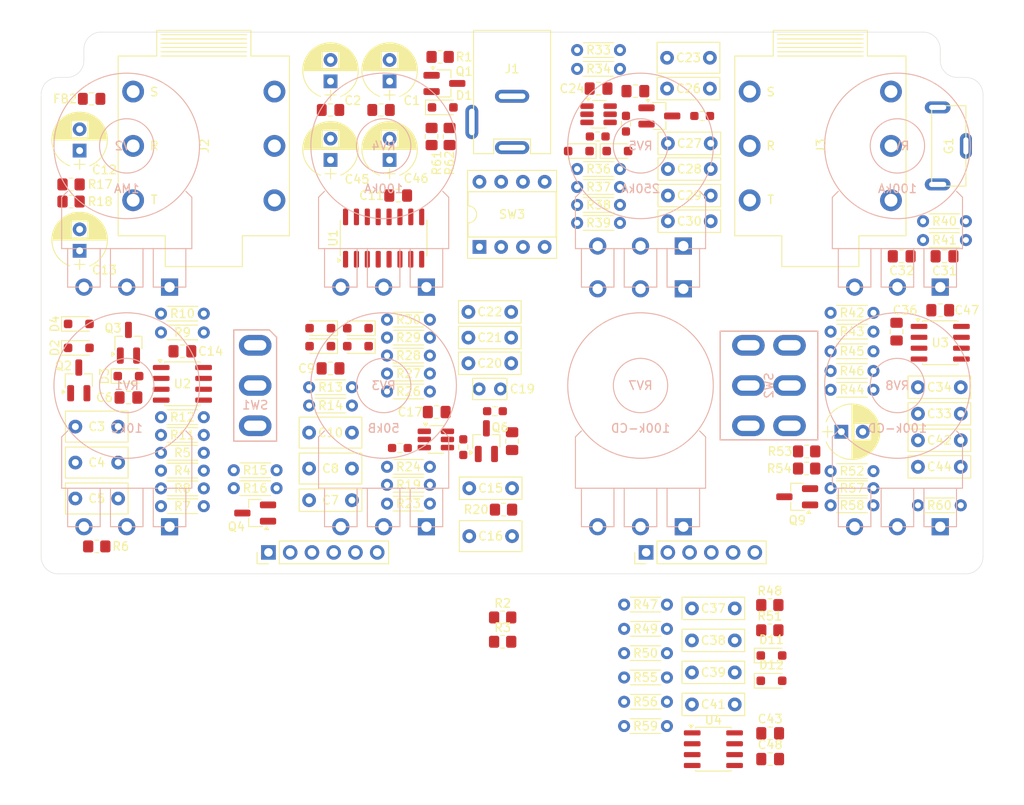
<source format=kicad_pcb>
(kicad_pcb (version 20241229) (generator "pcbnew") (generator_version "9.0")
  (layers (0 "F.Cu" signal) (2 "B.Cu" signal) (13 "F.Paste" user) (15 "B.Paste" user) (5 "F.SilkS" user "F.Silkscreen") (7 "B.SilkS" user "B.Silkscreen") (1 "F.Mask" user) (3 "B.Mask" user) (25 "Edge.Cuts" user))
  (net 0 "")
  (net 1 "Earth")
  (net 2 "Net-(D1-K)")
  (net 3 "+9V")
  (net 4 "Net-(U2A-+)")
  (net 5 "/zendrive_send")
  (net 6 "/input_jack")
  (net 7 "/output_jack")
  (net 8 "Net-(C4-Pad1)")
  (net 9 "Net-(C4-Pad2)")
  (net 10 "Net-(D3-A)")
  (net 11 "Net-(D4-A)")
  (net 12 "Net-(U2B-+)")
  (net 13 "Net-(C8-Pad2)")
  (net 14 "Net-(C10-Pad1)")
  (net 15 "Net-(U2B--)")
  (net 16 "Net-(C10-Pad2)")
  (net 17 "/Zendrive/9V")
  (net 18 "/Zendrive/4.5V")
  (net 19 "Net-(Q5A-G1)")
  (net 20 "Net-(C15-Pad1)")
  (net 21 "Net-(C16-Pad1)")
  (net 22 "Net-(Q6-C)")
  (net 23 "Net-(Q5B-G1)")
  (net 24 "Net-(Q5B-D2)")
  (net 25 "Net-(C19-Pad2)")
  (net 26 "Net-(D5-K)")
  (net 27 "Net-(C20-Pad1)")
  (net 28 "Net-(C21-Pad2)")
  (net 29 "Net-(C23-Pad1)")
  (net 30 "/blues-driver/sw_8")
  (net 31 "Net-(D9-A)")
  (net 32 "Net-(C26-Pad2)")
  (net 33 "Net-(C27-Pad2)")
  (net 34 "Net-(C28-Pad2)")
  (net 35 "Net-(C29-Pad2)")
  (net 36 "/blues-driver/sw_6")
  (net 37 "/blues-driver/sw_3")
  (net 38 "Net-(C31-Pad2)")
  (net 39 "/blues-driver/vol_out")
  (net 40 "Net-(C33-Pad2)")
  (net 41 "Net-(C33-Pad1)")
  (net 42 "Net-(C34-Pad2)")
  (net 43 "Net-(R44-Pad1)")
  (net 44 "Net-(C36-Pad2)")
  (net 45 "Net-(C37-Pad2)")
  (net 46 "Net-(C38-Pad2)")
  (net 47 "Net-(SW2B-C)")
  (net 48 "Net-(SW2A-C)")
  (net 49 "Net-(C40-Pad2)")
  (net 50 "Net-(C41-Pad2)")
  (net 51 "Net-(D11-K)")
  (net 52 "Net-(C42-Pad2)")
  (net 53 "Net-(C43-Pad2)")
  (net 54 "Net-(Q9-B)")
  (net 55 "/blues-driver/9V")
  (net 56 "/blues-driver/4.5V")
  (net 57 "Net-(D1-A)")
  (net 58 "Net-(D2-A)")
  (net 59 "Net-(D2-K)")
  (net 60 "Net-(D3-K)")
  (net 61 "Net-(D5-A)")
  (net 62 "Net-(D7-K)")
  (net 63 "Net-(D10-K)")
  (net 64 "/blues-driver/sw_1")
  (net 65 "Net-(D11-A)")
  (net 66 "Net-(Q1-D)")
  (net 69 "/V+0")
  (net 70 "/zendrive_return")
  (net 72 "/bluesdriver-send")
  (net 73 "/bluesdriver-return")
  (net 74 "/V+1")
  (net 75 "/Zendrive/Q1D")
  (net 76 "/Zendrive/Q1G")
  (net 77 "Net-(Q5A-S1)")
  (net 78 "Net-(Q7A-S1)")
  (net 79 "Net-(Q9-E)")
  (net 80 "Net-(R7-Pad2)")
  (net 81 "Net-(R9-Pad2)")
  (net 82 "Net-(R10-Pad1)")
  (net 83 "Net-(R11-Pad2)")
  (net 84 "Net-(R14-Pad2)")
  (net 85 "Net-(RV5A-4)")
  (net 86 "Net-(R34-Pad2)")
  (net 87 "Net-(R40-Pad1)")
  (net 88 "Net-(R42-Pad2)")
  (net 89 "Net-(R45-Pad1)")
  (net 95 "Net-(U3B--)")
  (net 96 "Net-(U3A--)")
  (net 97 "Net-(U4B-+)")
  (net 98 "Net-(U4B--)")
  (net 99 "Net-(Q7B-G1)")
  (net 100 "Net-(Q7B-D2)")
  (net 101 "Net-(SW2B-A)")
  (footprint "bca-footprints:DC_Jack_DC005" (layer "F.Cu") (at 0 -43.5)
    (property "Reference" "J1" (at 0 4.5 0) (layer "F.SilkS"))
    (property "Value" "Barrel_Jack_Switch")
    (pad "1" thru_hole oval (at 0 13.7 90) (size 1.5 4) (drill oval 0.65 3.1) (layers "*.Cu" "*.Mask") (net 1 "Earth"))
    (pad "2" thru_hole oval (at 0 7.7 90) (size 1.5 4) (drill oval 0.65 3.1) (layers "*.Cu" "*.Mask") (net 66 "Net-(Q1-D)"))
    (pad "3" thru_hole oval (at -4.7 10.7 180) (size 1.5 4) (drill oval 0.65 3.1) (layers "*.Cu" "*.Mask"))
  )
  (footprint "bca-footprints:Rean_NYS215" (layer "F.Cu") (at -36 -30)
    (property "Reference" "J2" (at 0.075 0 90) (layer "F.SilkS"))
    (property "Value" "AudioJack_TRS" (hide yes))
    (fp_text user "T" (at -5.8 6.3 0) (layer "F.SilkS"))
    (fp_text user "R" (at -5.8 0 0) (layer "F.SilkS"))
    (fp_text user "S" (at -5.8 -6.3 0) (layer "F.SilkS"))
    (pad "1" thru_hole circle (at -8.25 6.35) (size 2.54 2.54) (drill 1.5) (layers "*.Cu" "*.Mask") (net 6 "/input_jack"))
    (pad "2" thru_hole circle (at -8.25 0) (size 2.54 2.54) (drill 1.5) (layers "*.Cu" "*.Mask") (net 1 "Earth"))
    (pad "3" thru_hole circle (at -8.25 -6.35) (size 2.54 2.54) (drill 1.5) (layers "*.Cu" "*.Mask") (net 1 "Earth"))
    (pad "4" thru_hole circle (at 8.25 6.35) (size 2.54 2.54) (drill 1.5) (layers "*.Cu" "*.Mask") (net 1 "Earth"))
    (pad "5" thru_hole circle (at 8.25 0) (size 2.54 2.54) (drill 1.5) (layers "*.Cu" "*.Mask") (net 1 "Earth"))
    (pad "6" thru_hole circle (at 8.25 -6.35) (size 2.54 2.54) (drill 1.5) (layers "*.Cu" "*.Mask") (net 1 "Earth"))
  )
  (footprint "bca-footprints:Rean_NYS215" (layer "F.Cu") (at 36 -30)
    (property "Reference" "J3" (at 0.075 0 90) (layer "F.SilkS"))
    (property "Value" "AudioJack_TRS" (hide yes))
    (fp_text user "T" (at -5.8 6.3 0) (layer "F.SilkS"))
    (fp_text user "R" (at -5.8 0 0) (layer "F.SilkS"))
    (fp_text user "S" (at -5.8 -6.3 0) (layer "F.SilkS"))
    (pad "1" thru_hole circle (at -8.25 6.35) (size 2.54 2.54) (drill 1.5) (layers "*.Cu" "*.Mask") (net 7 "/output_jack"))
    (pad "2" thru_hole circle (at -8.25 0) (size 2.54 2.54) (drill 1.5) (layers "*.Cu" "*.Mask") (net 1 "Earth"))
    (pad "3" thru_hole circle (at -8.25 -6.35) (size 2.54 2.54) (drill 1.5) (layers "*.Cu" "*.Mask") (net 1 "Earth"))
    (pad "4" thru_hole circle (at 8.25 6.35) (size 2.54 2.54) (drill 1.5) (layers "*.Cu" "*.Mask") (net 1 "Earth"))
    (pad "5" thru_hole circle (at 8.25 0) (size 2.54 2.54) (drill 1.5) (layers "*.Cu" "*.Mask") (net 1 "Earth"))
    (pad "6" thru_hole circle (at 8.25 -6.35) (size 2.54 2.54) (drill 1.5) (layers "*.Cu" "*.Mask") (net 1 "Earth"))
  )
  (footprint "bca-footprints:Keystone_628" (layer "F.Cu") (at 53 -30 -90)
    (property "Reference" "G1" (at 0 2 90) (layer "F.SilkS"))
    (property "Value" "GNDSpring")
    (pad "1" thru_hole oval (at -4.5 3.3) (size 3 1.4) (drill oval 2 0.6) (layers "*.Cu" "*.Mask") (net 1 "Earth"))
    (pad "1" thru_hole oval (at 0 0 270) (size 3 1.4) (drill oval 2 0.6) (layers "*.Cu" "*.Mask") (net 1 "Earth"))
    (pad "1" thru_hole oval (at 4.5 3.3) (size 3 1.4) (drill oval 2 0.6) (layers "*.Cu" "*.Mask") (net 1 "Earth"))
  )
  (footprint "bca-footprints:R_L3.6mm_D1.6mm_P5.00mm_Horizontal" (layer "F.Cu") (at -38.5 3.78)
    (property "Reference" "R11" (at 0 0 0) (layer "F.SilkS"))
    (property "Value" "10k" (hide yes))
    (pad "1" thru_hole circle (at -2.5 0) (size 1.4 1.4) (drill 0.7) (layers "*.Cu" "*.Mask") (net 11 "Net-(D4-A)"))
    (pad "2" thru_hole oval (at 2.5 0) (size 1.4 1.4) (drill 0.7) (layers "*.Cu" "*.Mask") (net 83 "Net-(R11-Pad2)"))
  )
  (footprint "bca-footprints:R_L3.6mm_D1.6mm_P5.00mm_Horizontal" (layer "F.Cu") (at 39.7 -10.5 180)
    (property "Reference" "R42" (at 0 0 0) (layer "F.SilkS"))
    (property "Value" "10k" (hide yes))
    (pad "1" thru_hole circle (at -2.5 0 180) (size 1.4 1.4) (drill 0.7) (layers "*.Cu" "*.Mask") (net 39 "/blues-driver/vol_out"))
    (pad "2" thru_hole oval (at 2.5 0 180) (size 1.4 1.4) (drill 0.7) (layers "*.Cu" "*.Mask") (net 88 "Net-(R42-Pad2)"))
  )
  (footprint "Inductor_SMD:L_0805_2012Metric_Pad1.15x1.40mm_HandSolder" (layer "F.Cu") (at -15.3 -34.2 180)
    (property "Reference" "FB1" (hide yes))
    (property "Value" "FerriteBead_Small")
    (pad "1" smd roundrect (at -1.025 0 180) (size 1.15 1.4) (layers "F.Cu" "F.Mask" "F.Paste") (roundrect_rratio 0.217391) (net 2 "Net-(D1-K)"))
    (pad "2" smd roundrect (at 1.025 0 180) (size 1.15 1.4) (layers "F.Cu" "F.Mask" "F.Paste") (roundrect_rratio 0.217391) (net 3 "+9V"))
  )
  (footprint "Capacitor_SMD:C_0805_2012Metric_Pad1.18x1.45mm_HandSolder" (layer "F.Cu") (at 14.4 -36.4)
    (property "Reference" "C25" (hide yes))
    (property "Value" "100p")
    (pad "1" smd roundrect (at -1.0375 0) (size 1.175 1.45) (layers "F.Cu" "F.Mask" "F.Paste") (roundrect_rratio 0.212766) (net 100 "Net-(Q7B-D2)"))
    (pad "2" smd roundrect (at 1.0375 0) (size 1.175 1.45) (layers "F.Cu" "F.Mask" "F.Paste") (roundrect_rratio 0.212766) (net 30 "/blues-driver/sw_8"))
  )
  (footprint "Resistor_SMD:R_0805_2012Metric_Pad1.20x1.40mm_HandSolder" (layer "F.Cu") (at -7.3 -31.1 -90)
    (property "Reference" "R62" (at 3.1 0 90) (layer "F.SilkS"))
    (property "Value" "10k")
    (pad "1" smd roundrect (at -1 0 270) (size 1.2 1.4) (layers "F.Cu" "F.Mask" "F.Paste") (roundrect_rratio 0.208333) (net 1 "Earth"))
    (pad "2" smd roundrect (at 1 0 270) (size 1.2 1.4) (layers "F.Cu" "F.Mask" "F.Paste") (roundrect_rratio 0.208333) (net 56 "/blues-driver/4.5V"))
  )
  (footprint "bca-footprints:R_L3.6mm_D1.6mm_P5.00mm_Horizontal" (layer "F.Cu") (at 39.7 10 180)
    (property "Reference" "R57" (at 0 0 0) (layer "F.SilkS"))
    (property "Value" "470k" (hide yes))
    (pad "1" thru_hole circle (at -2.5 0 180) (size 1.4 1.4) (drill 0.7) (layers "*.Cu" "*.Mask") (net 54 "Net-(Q9-B)"))
    (pad "2" thru_hole oval (at 2.5 0 180) (size 1.4 1.4) (drill 0.7) (layers "*.Cu" "*.Mask") (net 56 "/blues-driver/4.5V"))
  )
  (footprint "Diode_SMD:D_SOD-323_HandSoldering" (layer "F.Cu") (at -22.4 -8.7 180)
    (property "Reference" "D8" (hide yes))
    (property "Value" "1N4148")
    (pad "1" smd roundrect (at -1.25 0 180) (size 1 1) (layers "F.Cu" "F.Mask" "F.Paste") (net 62 "Net-(D7-K)"))
    (pad "2" smd roundrect (at 1.25 0 180) (size 1 1) (layers "F.Cu" "F.Mask" "F.Paste") (net 1 "Earth"))
  )
  (footprint "Diode_SMD:D_SOD-323_HandSoldering" (layer "F.Cu") (at -18 -6.6 180)
    (property "Reference" "D5" (hide yes))
    (property "Value" "1N4148")
    (pad "1" smd roundrect (at -1.25 0 180) (size 1 1) (layers "F.Cu" "F.Mask" "F.Paste") (net 26 "Net-(D5-K)"))
    (pad "2" smd roundrect (at 1.25 0 180) (size 1 1) (layers "F.Cu" "F.Mask" "F.Paste") (net 61 "Net-(D5-A)"))
  )
  (footprint "Diode_SMD:D_SOD-323_HandSoldering" (layer "F.Cu") (at 30.295 32.5)
    (property "Reference" "D12" (at 0 -1.85 0) (layer "F.SilkS"))
    (property "Value" "1N4148")
    (pad "1" smd roundrect (at -1.25 0) (size 1 1) (layers "F.Cu" "F.Mask" "F.Paste") (net 65 "Net-(D11-A)"))
    (pad "2" smd roundrect (at 1.25 0) (size 1 1) (layers "F.Cu" "F.Mask" "F.Paste") (net 51 "Net-(D11-K)"))
  )
  (footprint "bca-footprints:C_Film_L7.2mm_W2.5mm_P5.00mm" (layer "F.Cu") (at 20.7 -27.3 180)
    (property "Reference" "C28" (at 0 0 0) (layer "F.SilkS"))
    (property "Value" "18n" (hide yes))
    (pad "1" thru_hole circle (at -2.5 0 180) (size 1.6 1.6) (drill 0.8) (layers "*.Cu" "*.Mask") (net 1 "Earth"))
    (pad "2" thru_hole circle (at 2.5 0 180) (size 1.6 1.6) (drill 0.8) (layers "*.Cu" "*.Mask") (net 34 "Net-(C28-Pad2)"))
  )
  (footprint "Resistor_SMD:R_0805_2012Metric_Pad1.20x1.40mm_HandSolder" (layer "F.Cu") (at 30.1 23.65)
    (property "Reference" "R48" (at 0 -1.65 0) (layer "F.SilkS"))
    (property "Value" "1M")
    (pad "1" smd roundrect (at -1 0) (size 1.2 1.4) (layers "F.Cu" "F.Mask" "F.Paste") (roundrect_rratio 0.208333) (net 97 "Net-(U4B-+)"))
    (pad "2" smd roundrect (at 1 0) (size 1.2 1.4) (layers "F.Cu" "F.Mask" "F.Paste") (roundrect_rratio 0.208333) (net 56 "/blues-driver/4.5V"))
  )
  (footprint "bca-footprints:C_Film_L7.2mm_W3.5mm_P5.00mm" (layer "F.Cu") (at -48.5 2.8)
    (property "Reference" "C3" (at 0 0 0) (layer "F.SilkS"))
    (property "Value" "0.47u" (hide yes))
    (pad "1" thru_hole circle (at -2.5 0) (size 1.6 1.6) (drill 0.8) (layers "*.Cu" "*.Mask") (net 5 "/zendrive_send"))
    (pad "2" thru_hole circle (at 2.5 0) (size 1.6 1.6) (drill 0.8) (layers "*.Cu" "*.Mask") (net 4 "Net-(U2A-+)"))
  )
  (footprint "bca-footprints:C_Film_L7.2mm_W2.5mm_P5.00mm" (layer "F.Cu") (at -2.6 -4.6 180)
    (property "Reference" "C20" (at 0 0 0) (layer "F.SilkS"))
    (property "Value" "0.1u" (hide yes))
    (pad "1" thru_hole circle (at -2.5 0 180) (size 1.6 1.6) (drill 0.8) (layers "*.Cu" "*.Mask") (net 27 "Net-(C20-Pad1)"))
    (pad "2" thru_hole circle (at 2.5 0 180) (size 1.6 1.6) (drill 0.8) (layers "*.Cu" "*.Mask") (net 26 "Net-(D5-K)"))
  )
  (footprint "Capacitor_SMD:C_0805_2012Metric_Pad1.18x1.45mm_HandSolder" (layer "F.Cu") (at 50 -10.8 180)
    (property "Reference" "C47" (at -3.1 0 0) (layer "F.SilkS"))
    (property "Value" "100n")
    (pad "1" smd roundrect (at -1.0375 0 180) (size 1.175 1.45) (layers "F.Cu" "F.Mask" "F.Paste") (roundrect_rratio 0.212766) (net 55 "/blues-driver/9V"))
    (pad "2" smd roundrect (at 1.0375 0 180) (size 1.175 1.45) (layers "F.Cu" "F.Mask" "F.Paste") (roundrect_rratio 0.212766) (net 1 "Earth"))
  )
  (footprint "bca-footprints:Pin_Header_Straight_1x06_Pitch2.54mm" (layer "F.Cu") (at 22 17.5)
    (property "Reference" "J5" (hide yes))
    (property "Value" "Conn_01x06")
    (pad "1" thru_hole rect (at -6.35 0 90) (size 1.7 1.7) (drill 1) (layers "*.Cu" "*.Mask") (net 1 "Earth"))
    (pad "2" thru_hole oval (at -3.81 0 90) (size 1.7 1.7) (drill 1) (layers "*.Cu" "*.Mask"))
    (pad "3" thru_hole oval (at -1.27 0 90) (size 1.7 1.7) (drill 1) (layers "*.Cu" "*.Mask") (net 72 "/bluesdriver-send"))
    (pad "4" thru_hole oval (at 1.27 0 90) (size 1.7 1.7) (drill 1) (layers "*.Cu" "*.Mask") (net 73 "/bluesdriver-return"))
    (pad "5" thru_hole oval (at 3.81 0 90) (size 1.7 1.7) (drill 1) (layers "*.Cu" "*.Mask") (net 7 "/output_jack"))
    (pad "6" thru_hole oval (at 6.35 0 90) (size 1.7 1.7) (drill 1) (layers "*.Cu" "*.Mask") (net 74 "/V+1"))
  )
  (footprint "Diode_SMD:D_SOD-323_HandSoldering" (layer "F.Cu") (at -22.4 -6.6 180)
    (property "Reference" "D6" (hide yes))
    (property "Value" "1N5711")
    (pad "1" smd roundrect (at -1.25 0 180) (size 1 1) (layers "F.Cu" "F.Mask" "F.Paste") (net 61 "Net-(D5-A)"))
    (pad "2" smd roundrect (at 1.25 0 180) (size 1 1) (layers "F.Cu" "F.Mask" "F.Paste") (net 1 "Earth"))
  )
  (footprint "Package_TO_SOT_SMD:SOT-23-6_Handsoldering" (layer "F.Cu") (at 10.1 -33.7)
    (property "Reference" "Q7" (hide yes))
    (property "Value" "LS844")
    (pad "1" smd roundrect (at -1.35 -0.95) (size 1.56 0.65) (layers "F.Cu" "F.Mask" "F.Paste") (net 31 "Net-(D9-A)"))
    (pad "2" smd roundrect (at -1.35 0) (size 1.56 0.65) (layers "F.Cu" "F.Mask" "F.Paste") (net 55 "/blues-driver/9V"))
    (pad "3" smd roundrect (at -1.35 0.95) (size 1.56 0.65) (layers "F.Cu" "F.Mask" "F.Paste") (net 78 "Net-(Q7A-S1)"))
    (pad "4" smd roundrect (at 1.35 0.95) (size 1.56 0.65) (layers "F.Cu" "F.Mask" "F.Paste") (net 99 "Net-(Q7B-G1)"))
    (pad "5" smd roundrect (at 1.35 0) (size 1.56 0.65) (layers "F.Cu" "F.Mask" "F.Paste") (net 100 "Net-(Q7B-D2)"))
    (pad "6" smd roundrect (at 1.35 -0.95) (size 1.56 0.65) (layers "F.Cu" "F.Mask" "F.Paste") (net 78 "Net-(Q7A-S1)"))
  )
  (footprint "bca-footprints:R_L3.6mm_D1.6mm_P5.00mm_Horizontal" (layer "F.Cu") (at -12.1 -3.4 180)
    (property "Reference" "R27" (at 0 0 0) (layer "F.SilkS"))
    (property "Value" "330k" (hide yes))
    (pad "1" thru_hole circle (at -2.5 0 180) (size 1.4 1.4) (drill 0.7) (layers "*.Cu" "*.Mask") (net 26 "Net-(D5-K)"))
    (pad "2" thru_hole oval (at 2.5 0 180) (size 1.4 1.4) (drill 0.7) (layers "*.Cu" "*.Mask") (net 25 "Net-(C19-Pad2)"))
  )
  (footprint "bca-footprints:C_Film_L7.2mm_W3.5mm_P5.00mm" (layer "F.Cu") (at 20.6 -40.3)
    (property "Reference" "C23" (at 0 0 0) (layer "F.SilkS"))
    (property "Value" "0.47u" (hide yes))
    (pad "1" thru_hole circle (at -2.5 0) (size 1.6 1.6) (drill 0.8) (layers "*.Cu" "*.Mask") (net 29 "Net-(C23-Pad1)"))
    (pad "2" thru_hole circle (at 2.5 0) (size 1.6 1.6) (drill 0.8) (layers "*.Cu" "*.Mask") (net 1 "Earth"))
  )
  (footprint "Resistor_SMD:R_0805_2012Metric_Pad1.20x1.40mm_HandSolder" (layer "F.Cu") (at 30.1 26.6)
    (property "Reference" "R51" (at 0 -1.65 0) (layer "F.SilkS"))
    (property "Value" "1M")
    (pad "1" smd roundrect (at -1 0) (size 1.2 1.4) (layers "F.Cu" "F.Mask" "F.Paste") (roundrect_rratio 0.208333) (net 56 "/blues-driver/4.5V"))
    (pad "2" smd roundrect (at 1 0) (size 1.2 1.4) (layers "F.Cu" "F.Mask" "F.Paste") (roundrect_rratio 0.208333) (net 48 "Net-(SW2A-C)"))
  )
  (footprint "bca-footprints:CP_Radial_D6.3mm_P2.50mm" (layer "F.Cu") (at -14.3 -38.8 90)
    (property "Reference" "C1" (at -3.5 2.6 180) (layer "F.SilkS"))
    (property "Value" "100uF" (hide yes))
    (pad "1" thru_hole rect (at -1.25 0 90) (size 1.6 1.6) (drill 0.8) (layers "*.Cu" "*.Mask") (net 2 "Net-(D1-K)"))
    (pad "2" thru_hole circle (at 1.25 0 90) (size 1.6 1.6) (drill 0.8) (layers "*.Cu" "*.Mask") (net 1 "Earth"))
  )
  (footprint "bca-footprints:R_L3.6mm_D1.6mm_P5.00mm_Horizontal" (layer "F.Cu") (at 10.1 -41.2 180)
    (property "Reference" "R33" (at 0 0 0) (layer "F.SilkS"))
    (property "Value" "3.9k" (hide yes))
    (pad "1" thru_hole circle (at -2.5 0 180) (size 1.4 1.4) (drill 0.7) (layers "*.Cu" "*.Mask") (net 29 "Net-(C23-Pad1)"))
    (pad "2" thru_hole oval (at 2.5 0 180) (size 1.4 1.4) (drill 0.7) (layers "*.Cu" "*.Mask") (net 31 "Net-(D9-A)"))
  )
  (footprint "bca-footprints:C_Film_L7.2mm_W3.5mm_P5.00mm" (layer "F.Cu") (at -21.2 3.5)
    (property "Reference" "C10" (at 0 0 0) (layer "F.SilkS"))
    (property "Value" "0.47uF" (hide yes))
    (pad "1" thru_hole circle (at -2.5 0) (size 1.6 1.6) (drill 0.8) (layers "*.Cu" "*.Mask") (net 14 "Net-(C10-Pad1)"))
    (pad "2" thru_hole circle (at 2.5 0) (size 1.6 1.6) (drill 0.8) (layers "*.Cu" "*.Mask") (net 16 "Net-(C10-Pad2)"))
  )
  (footprint "bca-footprints:R_L3.6mm_D1.6mm_P5.00mm_Horizontal" (layer "F.Cu") (at -38.5 1.7)
    (property "Reference" "R12" (at 0 0 0) (layer "F.SilkS"))
    (property "Value" "18k" (hide yes))
    (pad "1" thru_hole circle (at -2.5 0) (size 1.4 1.4) (drill 0.7) (layers "*.Cu" "*.Mask") (net 13 "Net-(C8-Pad2)"))
    (pad "2" thru_hole oval (at 2.5 0) (size 1.4 1.4) (drill 0.7) (layers "*.Cu" "*.Mask") (net 15 "Net-(U2B--)"))
  )
  (footprint "Resistor_SMD:R_0805_2012Metric_Pad1.20x1.40mm_HandSolder" (layer "F.Cu") (at -1.1 25.1)
    (property "Reference" "R2" (at 0 -1.65 0) (layer "F.SilkS"))
    (property "Value" "22k")
    (pad "1" smd roundrect (at -1 0) (size 1.2 1.4) (layers "F.Cu" "F.Mask" "F.Paste") (roundrect_rratio 0.208333) (net 69 "/V+0"))
    (pad "2" smd roundrect (at 1 0) (size 1.2 1.4) (layers "F.Cu" "F.Mask" "F.Paste") (roundrect_rratio 0.208333) (net 3 "+9V"))
  )
  (footprint "bca-footprints:R_L3.6mm_D1.6mm_P5.00mm_Horizontal" (layer "F.Cu") (at 15.585 29.275)
    (property "Reference" "R50" (at 0 0 0) (layer "F.SilkS"))
    (property "Value" "1k" (hide yes))
    (pad "1" thru_hole circle (at -2.5 0) (size 1.4 1.4) (drill 0.7) (layers "*.Cu" "*.Mask") (net 46 "Net-(C38-Pad2)"))
    (pad "2" thru_hole oval (at 2.5 0) (size 1.4 1.4) (drill 0.7) (layers "*.Cu" "*.Mask") (net 98 "Net-(U4B--)"))
  )
  (footprint "bca-footprints:R_L3.6mm_D1.6mm_P5.00mm_Horizontal" (layer "F.Cu") (at -21.2 -1.8)
    (property "Reference" "R13" (at 0 0 0) (layer "F.SilkS"))
    (property "Value" "10k" (hide yes))
    (pad "1" thru_hole circle (at -2.5 0) (size 1.4 1.4) (drill 0.7) (layers "*.Cu" "*.Mask") (net 15 "Net-(U2B--)"))
    (pad "2" thru_hole oval (at 2.5 0) (size 1.4 1.4) (drill 0.7) (layers "*.Cu" "*.Mask") (net 14 "Net-(C10-Pad1)"))
  )
  (footprint "Package_TO_SOT_SMD:SOT-23_Handsoldering" (layer "F.Cu") (at -44.8 -7 90)
    (property "Reference" "Q3" (at 1.7 -1.8 180) (layer "F.SilkS"))
    (property "Value" "2N7002")
    (pad "1" smd roundrect (at -1.5 -0.95 90) (size 1.9 0.8) (layers "F.Cu" "F.Mask" "F.Paste") (net 11 "Net-(D4-A)"))
    (pad "2" smd roundrect (at -1.5 0.95 90) (size 1.9 0.8) (layers "F.Cu" "F.Mask" "F.Paste") (net 60 "Net-(D3-K)"))
    (pad "3" smd roundrect (at 1.5 0 90) (size 1.9 0.8) (layers "F.Cu" "F.Mask" "F.Paste") (net 11 "Net-(D4-A)"))
  )
  (footprint "Package_TO_SOT_SMD:SOT-23_Handsoldering" (layer "F.Cu") (at -7.9 -37.3)
    (property "Reference" "Q1" (at 2.3 -1.4 0) (layer "F.SilkS"))
    (property "Value" "Q_PMOS_GSD")
    (pad "1" smd roundrect (at -1.5 -0.95) (size 1.9 0.8) (layers "F.Cu" "F.Mask" "F.Paste") (net 57 "Net-(D1-A)"))
    (pad "2" smd roundrect (at -1.5 0.95) (size 1.9 0.8) (layers "F.Cu" "F.Mask" "F.Paste") (net 2 "Net-(D1-K)"))
    (pad "3" smd roundrect (at 1.5 0) (size 1.9 0.8) (layers "F.Cu" "F.Mask" "F.Paste") (net 66 "Net-(Q1-D)"))
  )
  (footprint "Package_TO_SOT_SMD:SOT-23_Handsoldering" (layer "F.Cu") (at -30 12.9 180)
    (property "Reference" "Q4" (at 2.2 -1.6 0) (layer "F.SilkS"))
    (property "Value" "2N7002")
    (pad "1" smd roundrect (at -1.5 -0.95 180) (size 1.9 0.8) (layers "F.Cu" "F.Mask" "F.Paste") (net 76 "/Zendrive/Q1G"))
    (pad "2" smd roundrect (at -1.5 0.95 180) (size 1.9 0.8) (layers "F.Cu" "F.Mask" "F.Paste") (net 1 "Earth"))
    (pad "3" smd roundrect (at 1.5 0 180) (size 1.9 0.8) (layers "F.Cu" "F.Mask" "F.Paste") (net 75 "/Zendrive/Q1D"))
  )
  (footprint "bca-footprints:R_L3.6mm_D1.6mm_P5.00mm_Horizontal" (layer "F.Cu") (at -12.1 11.8 180)
    (property "Reference" "R23" (at 0 0 0) (layer "F.SilkS"))
    (property "Value" "1.5k" (hide yes))
    (pad "1" thru_hole circle (at -2.5 0 180) (size 1.4 1.4) (drill 0.7) (layers "*.Cu" "*.Mask") (net 21 "Net-(C16-Pad1)"))
    (pad "2" thru_hole oval (at 2.5 0 180) (size 1.4 1.4) (drill 0.7) (layers "*.Cu" "*.Mask") (net 19 "Net-(Q5A-G1)"))
  )
  (footprint "Diode_SMD:D_SOD-323_HandSoldering" (layer "F.Cu") (at -50.6 -6.4)
    (property "Reference" "D2" (at -2.8 0 90) (layer "F.SilkS"))
    (property "Value" "1N5711")
    (pad "1" smd roundrect (at -1.25 0) (size 1 1) (layers "F.Cu" "F.Mask" "F.Paste") (net 59 "Net-(D2-K)"))
    (pad "2" smd roundrect (at 1.25 0) (size 1 1) (layers "F.Cu" "F.Mask" "F.Paste") (net 58 "Net-(D2-A)"))
  )
  (footprint "Resistor_SMD:R_0603_1608Metric_Pad0.98x0.95mm_HandSolder" (layer "F.Cu") (at -13.1 5.3)
    (property "Reference" "R22" (hide yes))
    (property "Value" "4.7k")
    (pad "1" smd roundrect (at -0.9125 0) (size 0.975 0.95) (layers "F.Cu" "F.Mask" "F.Paste") (net 1 "Earth"))
    (pad "2" smd roundrect (at 0.9125 0) (size 0.975 0.95) (layers "F.Cu" "F.Mask" "F.Paste") (net 77 "Net-(Q5A-S1)"))
  )
  (footprint "bca-footprints:C_Film_L7.2mm_W2.5mm_P5.00mm" (layer "F.Cu") (at -21.2 11.4)
    (property "Reference" "C7" (at 0 0 0) (layer "F.SilkS"))
    (property "Value" "3.3nF" (hide yes))
    (pad "1" thru_hole circle (at -2.5 0) (size 1.6 1.6) (drill 0.8) (layers "*.Cu" "*.Mask") (net 12 "Net-(U2B-+)"))
    (pad "2" thru_hole circle (at 2.5 0) (size 1.6 1.6) (drill 0.8) (layers "*.Cu" "*.Mask") (net 1 "Earth"))
  )
  (footprint "Capacitor_SMD:C_0805_2012Metric_Pad1.18x1.45mm_HandSolder" (layer "F.Cu") (at 10.1 -36.7)
    (property "Reference" "C24" (at -3.1 0 0) (layer "F.SilkS"))
    (property "Value" "100p")
    (pad "1" smd roundrect (at -1.0375 0) (size 1.175 1.45) (layers "F.Cu" "F.Mask" "F.Paste") (roundrect_rratio 0.212766) (net 31 "Net-(D9-A)"))
    (pad "2" smd roundrect (at 1.0375 0) (size 1.175 1.45) (layers "F.Cu" "F.Mask" "F.Paste") (roundrect_rratio 0.212766) (net 30 "/blues-driver/sw_8"))
  )
  (footprint "Resistor_SMD:R_0603_1608Metric_Pad0.98x0.95mm_HandSolder" (layer "F.Cu") (at 22.2 -33.5 180)
    (property "Reference" "R35" (hide yes))
    (property "Value" "2.2k")
    (pad "1" smd roundrect (at -0.9125 0 180) (size 0.975 0.95) (layers "F.Cu" "F.Mask" "F.Paste") (net 1 "Earth"))
    (pad "2" smd roundrect (at 0.9125 0 180) (size 0.975 0.95) (layers "F.Cu" "F.Mask" "F.Paste") (net 30 "/blues-driver/sw_8"))
  )
  (footprint "bca-footprints:R_L3.6mm_D1.6mm_P5.00mm_Horizontal" (layer "F.Cu") (at 15.585 23.595)
    (property "Reference" "R47" (at 0 0 0) (layer "F.SilkS"))
    (property "Value" "1.5k" (hide yes))
    (pad "1" thru_hole circle (at -2.5 0) (size 1.4 1.4) (drill 0.7) (layers "*.Cu" "*.Mask") (net 45 "Net-(C37-Pad2)"))
    (pad "2" thru_hole oval (at 2.5 0) (size 1.4 1.4) (drill 0.7) (layers "*.Cu" "*.Mask") (net 65 "Net-(D11-A)"))
  )
  (footprint "bca-footprints:C_Film_L7.2mm_W2.5mm_P5.00mm" (layer "F.Cu") (at 49.9 1.3)
    (property "Reference" "C33" (at 0 0 0) (layer "F.SilkS"))
    (property "Value" "8.2n" (hide yes))
    (pad "1" thru_hole circle (at -2.5 0) (size 1.6 1.6) (drill 0.8) (layers "*.Cu" "*.Mask") (net 41 "Net-(C33-Pad1)"))
    (pad "2" thru_hole circle (at 2.5 0) (size 1.6 1.6) (drill 0.8) (layers "*.Cu" "*.Mask") (net 40 "Net-(C33-Pad2)"))
  )
  (footprint "Resistor_SMD:R_0805_2012Metric_Pad1.20x1.40mm_HandSolder" (layer "F.Cu") (at -9.4 -31.1 90)
    (property "Reference" "R61" (at -3.1 0.6 90) (layer "F.SilkS"))
    (property "Value" "10k")
    (pad "1" smd roundrect (at -1 0 90) (size 1.2 1.4) (layers "F.Cu" "F.Mask" "F.Paste") (roundrect_rratio 0.208333) (net 56 "/blues-driver/4.5V"))
    (pad "2" smd roundrect (at 1 0 90) (size 1.2 1.4) (layers "F.Cu" "F.Mask" "F.Paste") (roundrect_rratio 0.208333) (net 55 "/blues-driver/9V"))
  )
  (footprint "bca-footprints:CP_Radial_D6.3mm_P2.50mm" (layer "F.Cu") (at 39.7 3.4)
    (property "Reference" "C40" (hide yes))
    (property "Value" "100u" (hide yes))
    (pad "1" thru_hole rect (at -1.25 0) (size 1.6 1.6) (drill 0.8) (layers "*.Cu" "*.Mask") (net 47 "Net-(SW2B-C)"))
    (pad "2" thru_hole circle (at 1.25 0) (size 1.6 1.6) (drill 0.8) (layers "*.Cu" "*.Mask") (net 49 "Net-(C40-Pad2)"))
  )
  (footprint "Resistor_SMD:R_0805_2012Metric_Pad1.20x1.40mm_HandSolder" (layer "F.Cu") (at 34.4 5.7)
    (property "Reference" "R53" (at -3.1 0 0) (layer "F.SilkS"))
    (property "Value" "1M")
    (pad "1" smd roundrect (at -1 0) (size 1.2 1.4) (layers "F.Cu" "F.Mask" "F.Paste") (roundrect_rratio 0.208333) (net 56 "/blues-driver/4.5V"))
    (pad "2" smd roundrect (at 1 0) (size 1.2 1.4) (layers "F.Cu" "F.Mask" "F.Paste") (roundrect_rratio 0.208333) (net 47 "Net-(SW2B-C)"))
  )
  (footprint "bca-footprints:R_L3.6mm_D1.6mm_P5.00mm_Horizontal" (layer "F.Cu") (at -12.1 -5.5)
    (property "Reference" "R28" (at 0 0 0) (layer "F.SilkS"))
    (property "Value" "1M" (hide yes))
    (pad "1" thru_hole circle (at -2.5 0) (size 1.4 1.4) (drill 0.7) (layers "*.Cu" "*.Mask") (net 28 "Net-(C21-Pad2)"))
    (pad "2" thru_hole oval (at 2.5 0) (size 1.4 1.4) (drill 0.7) (layers "*.Cu" "*.Mask") (net 26 "Net-(D5-K)"))
  )
  (footprint "Capacitor_SMD:C_0805_2012Metric_Pad1.18x1.45mm_HandSolder" (layer "F.Cu") (at 30.14 41.65)
    (property "Reference" "C48" (at 0 -1.68 0) (layer "F.SilkS"))
    (property "Value" "100n")
    (pad "1" smd roundrect (at -1.0375 0) (size 1.175 1.45) (layers "F.Cu" "F.Mask" "F.Paste") (roundrect_rratio 0.212766) (net 55 "/blues-driver/9V"))
    (pad "2" smd roundrect (at 1.0375 0) (size 1.175 1.45) (layers "F.Cu" "F.Mask" "F.Paste") (roundrect_rratio 0.212766) (net 1 "Earth"))
  )
  (footprint "bca-footprints:C_Film_L7.2mm_W2.5mm_P5.00mm" (layer "F.Cu") (at 49.9 7.5)
    (property "Reference" "C44" (at 0 0 0) (layer "F.SilkS"))
    (property "Value" "5.6n" (hide yes))
    (pad "1" thru_hole circle (at -2.5 0) (size 1.6 1.6) (drill 0.8) (layers "*.Cu" "*.Mask") (net 52 "Net-(C42-Pad2)"))
    (pad "2" thru_hole circle (at 2.5 0) (size 1.6 1.6) (drill 0.8) (layers "*.Cu" "*.Mask") (net 54 "Net-(Q9-B)"))
  )
  (footprint "Capacitor_SMD:C_0805_2012Metric_Pad1.18x1.45mm_HandSolder" (layer "F.Cu") (at 45.5 -17.1 180)
    (property "Reference" "C32" (at 0 -1.68 0) (layer "F.SilkS"))
    (property "Value" "10u")
    (pad "1" smd roundrect (at -1.0375 0 180) (size 1.175 1.45) (layers "F.Cu" "F.Mask" "F.Paste") (roundrect_rratio 0.212766) (net 38 "Net-(C31-Pad2)"))
    (pad "2" smd roundrect (at 1.0375 0 180) (size 1.175 1.45) (layers "F.Cu" "F.Mask" "F.Paste") (roundrect_rratio 0.212766) (net 39 "/blues-driver/vol_out"))
  )
  (footprint "bca-footprints:R_L3.6mm_D1.6mm_P5.00mm_Horizontal" (layer "F.Cu") (at 39.7 8)
    (property "Reference" "R52" (at 0 0 0) (layer "F.SilkS"))
    (property "Value" "22k" (hide yes))
    (pad "1" thru_hole circle (at -2.5 0) (size 1.4 1.4) (drill 0.7) (layers "*.Cu" "*.Mask") (net 1 "Earth"))
    (pad "2" thru_hole oval (at 2.5 0) (size 1.4 1.4) (drill 0.7) (layers "*.Cu" "*.Mask") (net 49 "Net-(C40-Pad2)"))
  )
  (footprint "Resistor_SMD:R_0603_1608Metric_Pad0.98x0.95mm_HandSolder" (layer "F.Cu") (at 10 -31.1 180)
    (property "Reference" "R32" (hide yes))
    (property "Value" "4.7k")
    (pad "1" smd roundrect (at -0.9125 0 180) (size 0.975 0.95) (layers "F.Cu" "F.Mask" "F.Paste") (net 1 "Earth"))
    (pad "2" smd roundrect (at 0.9125 0 180) (size 0.975 0.95) (layers "F.Cu" "F.Mask" "F.Paste") (net 78 "Net-(Q7A-S1)"))
  )
  (footprint "Resistor_SMD:R_0603_1608Metric_Pad0.98x0.95mm_HandSolder" (layer "F.Cu") (at -5.7 5.2 -90)
    (property "Reference" "R21" (hide yes))
    (property "Value" "2.2k")
    (pad "1" smd roundrect (at -0.9125 0 270) (size 0.975 0.95) (layers "F.Cu" "F.Mask" "F.Paste") (net 24 "Net-(Q5B-D2)"))
    (pad "2" smd roundrect (at 0.9125 0 270) (size 0.975 0.95) (layers "F.Cu" "F.Mask" "F.Paste") (net 55 "/blues-driver/9V"))
  )
  (footprint "bca-footprints:R_POT" (layer "F.Cu") (at 45 -30)
    (property "Reference" "RV6" (at 0 0 0) (layer "B.SilkS") (effects (justify mirror)))
    (property "Value" "100kA" (at 0 5 180) (layer "B.SilkS") (effects (justify mirror)))
    (pad "1" thru_hole rect (at 5 16.5 270) (size 2 2) (drill 1.2) (layers "*.Cu" "*.Mask") (net 56 "/blues-driver/4.5V"))
    (pad "2" thru_hole circle (at 0 16.5 270) (size 2 2) (drill 1.2) (layers "*.Cu" "*.Mask") (net 87 "Net-(R40-Pad1)"))
    (pad "3" thru_hole circle (at -5 16.5 270) (size 2 2) (drill 1.2) (layers "*.Cu" "*.Mask") (net 35 "Net-(C29-Pad2)"))
  )
  (footprint "Resistor_SMD:R_0805_2012Metric_Pad1.20x1.40mm_HandSolder" (layer "F.Cu") (at 34.4 7.7)
    (property "Reference" "R54" (at -3.2 0 0) (layer "F.SilkS"))
    (property "Value" "1M")
    (pad "1" smd roundrect (at -1 0) (size 1.2 1.4) (layers "F.Cu" "F.Mask" "F.Paste") (roundrect_rratio 0.208333) (net 56 "/blues-driver/4.5V"))
    (pad "2" smd roundrect (at 1 0) (size 1.2 1.4) (layers "F.Cu" "F.Mask" "F.Paste") (roundrect_rratio 0.208333) (net 101 "Net-(SW2B-A)"))
  )
  (footprint "Capacitor_SMD:C_0805_2012Metric_Pad1.18x1.45mm_HandSolder" (layer "F.Cu") (at -8.8 1.1)
    (property "Reference" "C17" (at -3.1 0 0) (layer "F.SilkS"))
    (property "Value" "47p")
    (pad "1" smd roundrect (at -1.0375 0) (size 1.175 1.45) (layers "F.Cu" "F.Mask" "F.Paste") (roundrect_rratio 0.212766) (net 19 "Net-(Q5A-G1)"))
    (pad "2" smd roundrect (at 1.0375 0) (size 1.175 1.45) (layers "F.Cu" "F.Mask" "F.Paste") (roundrect_rratio 0.212766) (net 22 "Net-(Q6-C)"))
  )
  (footprint "bca-footprints:C_Ceramic_L4.0mm_W2.5mm_P2.50mm" (layer "F.Cu") (at -2.6 -1.6 180)
    (property "Reference" "C19" (at -3.8 0 0) (layer "F.SilkS"))
    (property "Value" "220p")
    (pad "1" thru_hole circle (at -1.25 0 180) (size 1.5 1.5) (drill 0.75) (layers "*.Cu" "*.Mask") (net 22 "Net-(Q6-C)"))
    (pad "2" thru_hole circle (at 1.25 0 180) (size 1.5 1.5) (drill 0.75) (layers "*.Cu" "*.Mask") (net 25 "Net-(C19-Pad2)"))
  )
  (footprint "Package_SO:SOIC-8_3.9x4.9mm_P1.27mm" (layer "F.Cu") (at 50 -7)
    (property "Reference" "U3" (at 0 0 0) (layer "F.SilkS"))
    (property "Value" "TLV9352")
    (pad "1" smd roundrect (at -2.475 -1.905) (size 1.95 0.6) (layers "F.Cu" "F.Mask" "F.Paste") (net 44 "Net-(C36-Pad2)"))
    (pad "2" smd roundrect (at -2.475 -0.635) (size 1.95 0.6) (layers "F.Cu" "F.Mask" "F.Paste") (net 96 "Net-(U3A--)"))
    (pad "3" smd roundrect (at -2.475 0.635) (size 1.95 0.6) (layers "F.Cu" "F.Mask" "F.Paste") (net 56 "/blues-driver/4.5V"))
    (pad "4" smd roundrect (at -2.475 1.905) (size 1.95 0.6) (layers "F.Cu" "F.Mask" "F.Paste") (net 1 "Earth"))
    (pad "5" smd roundrect (at 2.475 1.905) (size 1.95 0.6) (layers "F.Cu" "F.Mask" "F.Paste") (net 56 "/blues-driver/4.5V"))
    (pad "6" smd roundrect (at 2.475 0.635) (size 1.95 0.6) (layers "F.Cu" "F.Mask" "F.Paste") (net 95 "Net-(U3B--)"))
    (pad "7" smd roundrect (at 2.475 -0.635) (size 1.95 0.6) (layers "F.Cu" "F.Mask" "F.Paste") (net 38 "Net-(C31-Pad2)"))
    (pad "8" smd roundrect (at 2.475 -1.905) (size 1.95 0.6) (layers "F.Cu" "F.Mask" "F.Paste") (net 55 "/blues-driver/9V"))
  )
  (footprint "bca-footprints:C_Film_L7.2mm_W2.5mm_P5.00mm" (layer "F.Cu") (at 23.505 24.045 180)
    (property "Reference" "C37" (at 0 0 0) (layer "F.SilkS"))
    (property "Value" "47n" (hide yes))
    (pad "1" thru_hole circle (at -2.5 0 180) (size 1.6 1.6) (drill 0.8) (layers "*.Cu" "*.Mask") (net 44 "Net-(C36-Pad2)"))
    (pad "2" thru_hole circle (at 2.5 0 180) (size 1.6 1.6) (drill 0.8) (layers "*.Cu" "*.Mask") (net 45 "Net-(C37-Pad2)"))
  )
  (footprint "Diode_SMD:D_SOD-323_HandSoldering" (layer "F.Cu") (at -18 -8.7 180)
    (property "Reference" "D7" (hide yes))
    (property "Value" "1N4148")
    (pad "1" smd roundrect (at -1.25 0 180) (size 1 1) (layers "F.Cu" "F.Mask" "F.Paste") (net 62 "Net-(D7-K)"))
    (pad "2" smd roundrect (at 1.25 0 180) (size 1 1) (layers "F.Cu" "F.Mask" "F.Paste") (net 26 "Net-(D5-K)"))
  )
  (footprint "bca-footprints:R_L3.6mm_D1.6mm_P5.00mm_Horizontal" (layer "F.Cu") (at 10.1 -25.2 180)
    (property "Reference" "R37" (at 0 0 0) (layer "F.SilkS"))
    (property "Value" "6.8k" (hide yes))
    (pad "1" thru_hole circle (at -2.5 0 180) (size 1.4 1.4) (drill 0.7) (layers "*.Cu" "*.Mask") (net 30 "/blues-driver/sw_8"))
    (pad "2" thru_hole oval (at 2.5 0 180) (size 1.4 1.4) (drill 0.7) (layers "*.Cu" "*.Mask") (net 33 "Net-(C27-Pad2)"))
  )
  (footprint "bca-footprints:C_Film_L7.2mm_W2.5mm_P5.00mm" (layer "F.Cu") (at -2.5 10)
    (property "Reference" "C15" (at 0 0 0) (layer "F.SilkS"))
    (property "Value" "10n" (hide yes))
    (pad "1" thru_hole circle (at -2.5 0) (size 1.6 1.6) (drill 0.8) (layers "*.Cu" "*.Mask") (net 20 "Net-(C15-Pad1)"))
    (pad "2" thru_hole circle (at 2.5 0) (size 1.6 1.6) (drill 0.8) (layers "*.Cu" "*.Mask") (net 23 "Net-(Q5B-G1)"))
  )
  (footprint "bca-footprints:R_POT" (layer "F.Cu") (at 15 -2)
    (property "Reference" "RV7" (at 0 0 0) (layer "B.SilkS") (effects (justify mirror)))
    (property "Value" "100k-CD" (at 0 5 180) (layer "B.SilkS") (effects (justify mirror)))
    (pad "1" thru_hole rect (at 5 16.5 270) (size 2 2) (drill 1.2) (layers "*.Cu" "*.Mask") (net 89 "Net-(R45-Pad1)"))
    (pad "2" thru_hole circle (at 0 16.5 270) (size 2 2) (drill 1.2) (layers "*.Cu" "*.Mask") (net 42 "Net-(C34-Pad2)"))
    (pad "3" thru_hole circle (at -5 16.5 270) (size 2 2) (drill 1.2) (layers "*.Cu" "*.Mask") (net 88 "Net-(R42-Pad2)"))
  )
  (footprint "bca-footprints:R_POT_DUAL" (layer "F.Cu") (at 15 -30)
    (property "Reference" "RV5" (at 0 0 0) (layer "B.SilkS") (effects (justify mirror)))
    (property "Value" "250kA" (at 0 5 180) (layer "B.SilkS") (effects (justify mirror)))
    (pad "1" thru_hole rect (at 5 16.7 270) (size 2 2) (drill 1.2) (layers "*.Cu" "*.Mask") (net 85 "Net-(RV5A-4)"))
    (pad "2" thru_hole circle (at 0 16.7 270) (size 2 2) (drill 1.2) (layers "*.Cu" "*.Mask") (net 22 "Net-(Q6-C)"))
    (pad "3" thru_hole circle (at -5 16.7 270) (size 2 2) (drill 1.2) (layers "*.Cu" "*.Mask") (net 22 "Net-(Q6-C)"))
    (pad "4" thru_hole rect (at 5 11.7 270) (size 2 2) (drill 1.2) (layers "*.Cu" "*.Mask") (net 86 "Net-(R34-Pad2)"))
    (pad "5" thru_hole circle (at 0 11.7 270) (size 2 2) (drill 1.2) (layers "*.Cu" "*.Mask") (net 30 "/blues-driver/sw_8"))
    (pad "6" thru_hole circle (at -5 11.7 270) (size 2 2) (drill 1.2) (layers "*.Cu" "*.Mask") (net 30 "/blues-driver/sw_8"))
  )
  (footprint "Package_TO_SOT_SMD:SOT-23-6_Handsoldering" (layer "F.Cu") (at -8.9 4.3)
    (property "Reference" "Q5" (hide yes))
    (property "Value" "LS844")
    (pad "1" smd roundrect (at -1.35 -0.95) (size 1.56 0.65) (layers "F.Cu" "F.Mask" "F.Paste") (net 19 "Net-(Q5A-G1)"))
    (pad "2" smd roundrect (at -1.35 0) (size 1.56 0.65) (layers "F.Cu" "F.Mask" "F.Paste") (net 55 "/blues-driver/9V"))
    (pad "3" smd roundrect (at -1.35 0.95) (size 1.56 0.65) (layers "F.Cu" "F.Mask" "F.Paste") (net 77 "Net-(Q5A-S1)"))
    (pad "4" smd roundrect (at 1.35 0.95) (size 1.56 0.65) (layers "F.Cu" "F.Mask" "F.Paste") (net 23 "Net-(Q5B-G1)"))
    (pad "5" smd roundrect (at 1.35 0) (size 1.56 0.65) (layers "F.Cu" "F.Mask" "F.Paste") (net 24 "Net-(Q5B-D2)"))
    (pad "6" smd roundrect (at 1.35 -0.95) (size 1.56 0.65) (layers "F.Cu" "F.Mask" "F.Paste") (net 77 "Net-(Q5A-S1)"))
  )
  (footprint "bca-footprints:C_Film_L7.2mm_W2.5mm_P5.00mm" (layer "F.Cu") (at 23.505 31.525)
    (property "Reference" "C39" (at 0 0 0) (layer "F.SilkS"))
    (property "Value" "18n" (hide yes))
    (pad "1" thru_hole circle (at -2.5 0) (size 1.6 1.6) (drill 0.8) (layers "*.Cu" "*.Mask") (net 46 "Net-(C38-Pad2)"))
    (pad "2" thru_hole circle (at 2.5 0) (size 1.6 1.6) (drill 0.8) (layers "*.Cu" "*.Mask") (net 48 "Net-(SW2A-C)"))
  )
  (footprint "bca-footprints:R_L3.6mm_D1.6mm_P5.00mm_Horizontal" (layer "F.Cu") (at -38.5 -8.2 180)
    (property "Reference" "R9" (at 0 0 0) (layer "F.SilkS"))
    (property "Value" "680k" (hide yes))
    (pad "1" thru_hole circle (at -2.5 0 180) (size 1.4 1.4) (drill 0.7) (layers "*.Cu" "*.Mask") (net 10 "Net-(D3-A)"))
    (pad "2" thru_hole oval (at 2.5 0 180) (size 1.4 1.4) (drill 0.7) (layers "*.Cu" "*.Mask") (net 81 "Net-(R9-Pad2)"))
  )
  (footprint "Capacitor_SMD:C_0805_2012Metric_Pad1.18x1.45mm_HandSolder" (layer "F.Cu") (at 30.14 38.64)
    (property "Reference" "C43" (at 0 -1.68 0) (layer "F.SilkS"))
    (property "Value" "10u")
    (pad "1" smd roundrect (at -1.0375 0) (size 1.175 1.45) (layers "F.Cu" "F.Mask" "F.Paste") (roundrect_rratio 0.212766) (net 50 "Net-(C41-Pad2)"))
    (pad "2" smd roundrect (at 1.0375 0) (size 1.175 1.45) (layers "F.Cu" "F.Mask" "F.Paste") (roundrect_rratio 0.212766) (net 53 "Net-(C43-Pad2)"))
  )
  (footprint "Package_SO:SOIC-8_3.9x4.9mm_P1.27mm" (layer "F.Cu") (at -38.5 -2.2)
    (property "Reference" "U2" (at 0 0 0) (layer "F.SilkS"))
    (property "Value" "OPA2134")
    (pad "1" smd roundrect (at -2.475 -1.905) (size 1.95 0.6) (layers "F.Cu" "F.Mask" "F.Paste") (net 11 "Net-(D4-A)"))
    (pad "2" smd roundrect (at -2.475 -0.635) (size 1.95 0.6) (layers "F.Cu" "F.Mask" "F.Paste") (net 10 "Net-(D3-A)"))
    (pad "3" smd roundrect (at -2.475 0.635) (size 1.95 0.6) (layers "F.Cu" "F.Mask" "F.Paste") (net 4 "Net-(U2A-+)"))
    (pad "4" smd roundrect (at -2.475 1.905) (size 1.95 0.6) (layers "F.Cu" "F.Mask" "F.Paste") (net 1 "Earth"))
    (pad "5" smd roundrect (at 2.475 1.905) (size 1.95 0.6) (layers "F.Cu" "F.Mask" "F.Paste") (net 12 "Net-(U2B-+)"))
    (pad "6" smd roundrect (at 2.475 0.635) (size 1.95 0.6) (layers "F.Cu" "F.Mask" "F.Paste") (net 15 "Net-(U2B--)"))
    (pad "7" smd roundrect (at 2.475 -0.635) (size 1.95 0.6) (layers "F.Cu" "F.Mask" "F.Paste") (net 14 "Net-(C10-Pad1)"))
    (pad "8" smd roundrect (at 2.475 -1.905) (size 1.95 0.6) (layers "F.Cu" "F.Mask" "F.Paste") (net 17 "/Zendrive/9V"))
  )
  (footprint "bca-footprints:R_L3.6mm_D1.6mm_P5.00mm_Horizontal" (layer "F.Cu") (at 10.1 -27.3 180)
    (property "Reference" "R36" (at 0 0 0) (layer "F.SilkS"))
    (property "Value" "1k" (hide yes))
    (pad "1" thru_hole circle (at -2.5 0 180) (size 1.4 1.4) (drill 0.7) (layers "*.Cu" "*.Mask") (net 32 "Net-(C26-Pad2)"))
    (pad "2" thru_hole oval (at 2.5 0 180) (size 1.4 1.4) (drill 0.7) (layers "*.Cu" "*.Mask") (net 33 "Net-(C27-Pad2)"))
  )
  (footprint "bca-footprints:R_L3.6mm_D1.6mm_P5.00mm_Horizontal" (layer "F.Cu") (at 39.7 -6)
    (property "Reference" "R45" (at 0 0 0) (layer "F.SilkS"))
    (property "Value" "10k" (hide yes))
    (pad "1" thru_hole circle (at -2.5 0) (size 1.4 1.4) (drill 0.7) (layers "*.Cu" "*.Mask") (net 89 "Net-(R45-Pad1)"))
    (pad "2" thru_hole oval (at 2.5 0) (size 1.4 1.4) (drill 0.7) (layers "*.Cu" "*.Mask") (net 44 "Net-(C36-Pad2)"))
  )
  (footprint "bca-footprints:C_Film_L7.2mm_W3.5mm_P5.00mm" (layer "F.Cu") (at -21.2 7.7 180)
    (property "Reference" "C8" (at 0 0 0) (layer "F.SilkS"))
    (property "Value" "0.22uF" (hide yes))
    (pad "1" thru_hole circle (at -2.5 0 180) (size 1.6 1.6) (drill 0.8) (layers "*.Cu" "*.Mask") (net 1 "Earth"))
    (pad "2" thru_hole circle (at 2.5 0 180) (size 1.6 1.6) (drill 0.8) (layers "*.Cu" "*.Mask") (net 13 "Net-(C8-Pad2)"))
  )
  (footprint "Package_TO_SOT_SMD:SOT-23_Handsoldering" (layer "F.Cu") (at 33.3 11 180)
    (property "Reference" "Q9" (at 0 -2.75 0) (layer "F.SilkS"))
    (property "Value" "BC848C")
    (pad "1" smd roundrect (at -1.5 -0.95 180) (size 1.9 0.8) (layers "F.Cu" "F.Mask" "F.Paste") (net 54 "Net-(Q9-B)"))
    (pad "2" smd roundrect (at -1.5 0.95 180) (size 1.9 0.8) (layers "F.Cu" "F.Mask" "F.Paste") (net 79 "Net-(Q9-E)"))
    (pad "3" smd roundrect (at 1.5 0 180) (size 1.9 0.8) (layers "F.Cu" "F.Mask" "F.Paste") (net 55 "/blues-driver/9V"))
  )
  (footprint "Resistor_SMD:R_0805_2012Metric_Pad1.20x1.40mm_HandSolder" (layer "F.Cu") (at -51.5 -25.5 180)
    (property "Reference" "R17" (at -3.4 0 0) (layer "F.SilkS"))
    (property "Value" "10k")
    (pad "1" smd roundrect (at -1 0 180) (size 1.2 1.4) (layers "F.Cu" "F.Mask" "F.Paste") (roundrect_rratio 0.208333) (net 18 "/Zendrive/4.5V"))
    (pad "2" smd roundrect (at 1 0 180) (size 1.2 1.4) (layers "F.Cu" "F.Mask" "F.Paste") (roundrect_rratio 0.208333) (net 17 "/Zendrive/9V"))
  )
  (footprint "Package_SO:SOIC-8_3.9x4.9mm_P1.27mm" (layer "F.Cu") (at 23.51 40.495)
    (property "Reference" "U4" (at 0 -3.4 0) (layer "F.SilkS"))
    (property "Value" "TLV9352")
    (pad "1" smd roundrect (at -2.475 -1.905) (size 1.95 0.6) (layers "F.Cu" "F.Mask" "F.Paste") (net 50 "Net-(C41-Pad2)"))
    (pad "2" smd roundrect (at -2.475 -0.635) (size 1.95 0.6) (layers "F.Cu" "F.Mask" "F.Paste") (net 51 "Net-(D11-K)"))
    (pad "3" smd roundrect (at -2.475 0.635) (size 1.95 0.6) (layers "F.Cu" "F.Mask" "F.Paste") (net 65 "Net-(D11-A)"))
    (pad "4" smd roundrect (at -2.475 1.905) (size 1.95 0.6) (layers "F.Cu" "F.Mask" "F.Paste") (net 1 "Earth"))
    (pad "5" smd roundrect (at 2.475 1.905) (size 1.95 0.6) (layers "F.Cu" "F.Mask" "F.Paste") (net 97 "Net-(U4B-+)"))
    (pad "6" smd roundrect (at 2.475 0.635) (size 1.95 0.6) (layers "F.Cu" "F.Mask" "F.Paste") (net 98 "Net-(U4B--)"))
    (pad "7" smd roundrect (at 2.475 -0.635) (size 1.95 0.6) (layers "F.Cu" "F.Mask" "F.Paste") (net 98 "Net-(U4B--)"))
    (pad "8" smd roundrect (at 2.475 -1.905) (size 1.95 0.6) (layers "F.Cu" "F.Mask" "F.Paste") (net 55 "/blues-driver/9V"))
  )
  (footprint "Diode_SMD:D_SOD-323_HandSoldering" (layer "F.Cu") (at -50.6 -9.2)
    (property "Reference" "D4" (at -2.8 0 90) (layer "F.SilkS"))
    (property "Value" "1N5711")
    (pad "1" smd roundrect (at -1.25 0) (size 1 1) (layers "F.Cu" "F.Mask" "F.Paste") (net 58 "Net-(D2-A)"))
    (pad "2" smd roundrect (at 1.25 0) (size 1 1) (layers "F.Cu" "F.Mask" "F.Paste") (net 11 "Net-(D4-A)"))
  )
  (footprint "bca-footprints:C_Film_L7.2mm_W2.5mm_P5.00mm" (layer "F.Cu") (at 20.6 -36.7)
    (property "Reference" "C26" (at 0 0 0) (layer "F.SilkS"))
    (property "Value" "5.6n" (hide yes))
    (pad "1" thru_hole circle (at -2.5 0) (size 1.6 1.6) (drill 0.8) (layers "*.Cu" "*.Mask") (net 30 "/blues-driver/sw_8"))
    (pad "2" thru_hole circle (at 2.5 0) (size 1.6 1.6) (drill 0.8) (layers "*.Cu" "*.Mask") (net 32 "Net-(C26-Pad2)"))
  )
  (footprint "bca-footprints:R_L3.6mm_D1.6mm_P5.00mm_Horizontal" (layer "F.Cu") (at -12.1 -9.7)
    (property "Reference" "R30" (at 0 0 0) (layer "F.SilkS"))
    (property "Value" "470k" (hide yes))
    (pad "1" thru_hole circle (at -2.5 0) (size 1.4 1.4) (drill 0.7) (layers "*.Cu" "*.Mask") (net 56 "/blues-driver/4.5V"))
    (pad "2" thru_hole oval (at 2.5 0) (size 1.4 1.4) (drill 0.7) (layers "*.Cu" "*.Mask") (net 99 "Net-(Q7B-G1)"))
  )
  (footprint "Package_SO:SOIC-16_3.9x9.9mm_P1.27mm" (layer "F.Cu") (at -15 -19.23 90)
    (property "Reference" "U1" (at 0 -5.9 90) (layer "F.SilkS"))
    (property "Value" "DG412xY")
    (pad "1" smd roundrect (at -2.475 -4.445 90) (size 1.95 0.6) (layers "F.Cu" "F.Mask" "F.Paste") (net 75 "/Zendrive/Q1D"))
    (pad "2" smd roundrect (at -2.475 -3.175 90) (size 1.95 0.6) (layers "F.Cu" "F.Mask" "F.Paste") (net 8 "Net-(C4-Pad1)"))
    (pad "3" smd roundrect (at -2.475 -1.905 90) (size 1.95 0.6) (layers "F.Cu" "F.Mask" "F.Paste") (net 1 "Earth"))
    (pad "4" smd roundrect (at -2.475 -0.635 90) (size 1.95 0.6) (layers "F.Cu" "F.Mask" "F.Paste") (net 1 "Earth"))
    (pad "5" smd roundrect (at -2.475 0.635 90) (size 1.95 0.6) (layers "F.Cu" "F.Mask" "F.Paste") (net 1 "Earth"))
    (pad "6" smd roundrect (at -2.475 1.905 90) (size 1.95 0.6) (layers "F.Cu" "F.Mask" "F.Paste") (net 81 "Net-(R9-Pad2)"))
    (pad "7" smd roundrect (at -2.475 3.175 90) (size 1.95 0.6) (layers "F.Cu" "F.Mask" "F.Paste") (net 11 "Net-(D4-A)"))
    (pad "8" smd roundrect (at -2.475 4.445 90) (size 1.95 0.6) (layers "F.Cu" "F.Mask" "F.Paste") (net 76 "/Zendrive/Q1G"))
    (pad "9" smd roundrect (at 2.475 4.445 90) (size 1.95 0.6) (layers "F.Cu" "F.Mask" "F.Paste") (net 75 "/Zendrive/Q1D"))
    (pad "10" smd roundrect (at 2.475 3.175 90) (size 1.95 0.6) (layers "F.Cu" "F.Mask" "F.Paste") (net 58 "Net-(D2-A)"))
    (pad "11" smd roundrect (at 2.475 1.905 90) (size 1.95 0.6) (layers "F.Cu" "F.Mask" "F.Paste") (net 11 "Net-(D4-A)"))
    (pad "12" smd roundrect (at 2.475 0.635 90) (size 1.95 0.6) (layers "F.Cu" "F.Mask" "F.Paste") (net 17 "/Zendrive/9V"))
    (pad "13" smd roundrect (at 2.475 -0.635 90) (size 1.95 0.6) (layers "F.Cu" "F.Mask" "F.Paste") (net 17 "/Zendrive/9V"))
    (pad "14" smd roundrect (at 2.475 -1.905 90) (size 1.95 0.6) (layers "F.Cu" "F.Mask" "F.Paste"))
    (pad "15" smd roundrect (at 2.475 -3.175 90) (size 1.95 0.6) (layers "F.Cu" "F.Mask" "F.Paste"))
    (pad "16" smd roundrect (at 2.475 -4.445 90) (size 1.95 0.6) (layers "F.Cu" "F.Mask" "F.Paste"))
  )
  (footprint "Capacitor_SMD:C_0805_2012Metric_Pad1.18x1.45mm_HandSolder" (layer "F.Cu") (at -44.8 -0.6 180)
    (property "Reference" "C6" (at 2.8 0 0) (layer "F.SilkS"))
    (property "Value" "100p")
    (pad "1" smd roundrect (at -1.0375 0 180) (size 1.175 1.45) (layers "F.Cu" "F.Mask" "F.Paste") (roundrect_rratio 0.212766) (net 10 "Net-(D3-A)"))
    (pad "2" smd roundrect (at 1.0375 0 180) (size 1.175 1.45) (layers "F.Cu" "F.Mask" "F.Paste") (roundrect_rratio 0.212766) (net 11 "Net-(D4-A)"))
  )
  (footprint "bca-footprints:Pin_Header_Straight_1x06_Pitch2.54mm" (layer "F.Cu") (at -22.1 17.5)
    (property "Reference" "J4" (hide yes))
    (property "Value" "Conn_01x06")
    (pad "1" thru_hole rect (at -6.35 0 90) (size 1.7 1.7) (drill 1) (layers "*.Cu" "*.Mask") (net 1 "Earth"))
    (pad "2" thru_hole oval (at -3.81 0 90) (size 1.7 1.7) (drill 1) (layers "*.Cu" "*.Mask") (net 6 "/input_jack"))
    (pad "3" thru_hole oval (at -1.27 0 90) (size 1.7 1.7) (drill 1) (layers "*.Cu" "*.Mask") (net 5 "/zendrive_send"))
    (pad "4" thru_hole oval (at 1.27 0 90) (size 1.7 1.7) (drill 1) (layers "*.Cu" "*.Mask") (net 70 "/zendrive_return"))
    (pad "5" thru_hole oval (at 3.81 0 90) (size 1.7 1.7) (drill 1) (layers "*.Cu" "*.Mask"))
    (pad "6" thru_hole oval (at 6.35 0 90) (size 1.7 1.7) (drill 1) (layers "*.Cu" "*.Mask") (net 69 "/V+0"))
  )
  (footprint "bca-footprints:R_L3.6mm_D1.6mm_P5.00mm_Horizontal" (layer "F.Cu") (at 39.7 12)
    (property "Reference" "R58" (at 0 0 0) (layer "F.SilkS"))
    (property "Value" "1k" (hide yes))
    (pad "1" thru_hole circle (at -2.5 0) (size 1.4 1.4) (drill 0.7) (layers "*.Cu" "*.Mask") (net 79 "Net-(Q9-E)"))
    (pad "2" thru_hole oval (at 2.5 0) (size 1.4 1.4) (drill 0.7) (layers "*.Cu" "*.Mask") (net 52 "Net-(C42-Pad2)"))
  )
  (footprint "Package_TO_SOT_SMD:SOT-23_Handsoldering" (layer "F.Cu") (at -50.6 -2.6 90)
    (property "Reference" "Q2" (at 1.7 -1.8 180) (layer "F.SilkS"))
    (property "Value" "2N7002")
    (pad "1" smd roundrect (at -1.5 -0.95 90) (size 1.9 0.8) (layers "F.Cu" "F.Mask" "F.Paste") (net 10 "Net-(D3-A)"))
    (pad "2" smd roundrect (at -1.5 0.95 90) (size 1.9 0.8) (layers "F.Cu" "F.Mask" "F.Paste") (net 59 "Net-(D2-K)"))
    (pad "3" smd roundrect (at 1.5 0 90) (size 1.9 0.8) (layers "F.Cu" "F.Mask" "F.Paste") (net 10 "Net-(D3-A)"))
  )
  (footprint "Diode_SMD:D_SOD-323_HandSoldering" (layer "F.Cu") (at -44.8 -3.1)
    (property "Reference" "D3" (at -2.8 0 90) (layer "F.SilkS"))
    (property "Value" "1N5711")
    (pad "1" smd roundrect (at -1.25 0) (size 1 1) (layers "F.Cu" "F.Mask" "F.Paste") (net 60 "Net-(D3-K)"))
    (pad "2" smd roundrect (at 1.25 0) (size 1 1) (layers "F.Cu" "F.Mask" "F.Paste") (net 10 "Net-(D3-A)"))
  )
  (footprint "bca-footprints:R_L3.6mm_D1.6mm_P5.00mm_Horizontal" (layer "F.Cu") (at -38.5 12.1 180)
    (property "Reference" "R7" (at 0 0 0) (layer "F.SilkS"))
    (property "Value" "10k" (hide yes))
    (pad "1" thru_hole circle (at -2.5 0 180) (size 1.4 1.4) (drill 0.7) (layers "*.Cu" "*.Mask") (net 9 "Net-(C4-Pad2)"))
    (pad "2" thru_hole oval (at 2.5 0 180) (size 1.4 1.4) (drill 0.7) (layers "*.Cu" "*.Mask") (net 80 "Net-(R7-Pad2)"))
  )
  (footprint "bca-footprints:C_Film_L7.2mm_W2.5mm_P5.00mm" (layer "F.Cu") (at 20.7 -21.2)
    (property "Reference" "C30" (at 0 0 0) (layer "F.SilkS"))
    (property "Value" "33n" (hide yes))
    (pad "1" thru_hole circle (at -2.5 0) (size 1.6 1.6) (drill 0.8) (layers "*.Cu" "*.Mask") (net 37 "/blues-driver/sw_3"))
    (pad "2" thru_hole circle (at 2.5 0) (size 1.6 1.6) (drill 0.8) (layers "*.Cu" "*.Mask") (net 35 "Net-(C29-Pad2)"))
  )
  (footprint "Capacitor_SMD:C_0805_2012Metric_Pad1.18x1.45mm_HandSolder" (layer "F.Cu") (at -38.5 -6 180)
    (property "Reference" "C14" (at -3.3 0 0) (layer "F.SilkS"))
    (property "Value" "100n")
    (pad "1" smd roundrect (at -1.0375 0 180) (size 1.175 1.45) (layers "F.Cu" "F.Mask" "F.Paste") (roundrect_rratio 0.212766) (net 17 "/Zendrive/9V"))
    (pad "2" smd roundrect (at 1.0375 0 180) (size 1.175 1.45) (layers "F.Cu" "F.Mask" "F.Paste") (roundrect_rratio 0.212766) (net 1 "Earth"))
  )
  (footprint "bca-footprints:R_L3.6mm_D1.6mm_P5.00mm_Horizontal" (layer "F.Cu") (at -12.1 -1.3 180)
    (property "Reference" "R26" (at 0 0 0) (layer "F.SilkS"))
    (property "Value" "56k" (hide yes))
    (pad "1" thru_hole circle (at -2.5 0 180) (size 1.4 1.4) (drill 0.7) (layers "*.Cu" "*.Mask") (net 27 "Net-(C20-Pad1)"))
    (pad "2" thru_hole oval (at 2.5 0 180) (size 1.4 1.4) (drill 0.7) (layers "*.Cu" "*.Mask") (net 22 "Net-(Q6-C)"))
  )
  (footprint "Resistor_SMD:R_0805_2012Metric_Pad1.20x1.40mm_HandSolder" (layer "F.Cu") (at -1 12.5)
    (property "Reference" "R20" (at -3.2 0 0) (layer "F.SilkS"))
    (property "Value" "1M")
    (pad "1" smd roundrect (at -1 0) (size 1.2 1.4) (layers "F.Cu" "F.Mask" "F.Paste") (roundrect_rratio 0.208333) (net 56 "/blues-driver/4.5V"))
    (pad "2" smd roundrect (at 1 0) (size 1.2 1.4) (layers "F.Cu" "F.Mask" "F.Paste") (roundrect_rratio 0.208333) (net 23 "Net-(Q5B-G1)"))
  )
  (footprint "bca-footprints:R_L3.6mm_D1.6mm_P5.00mm_Horizontal" (layer "F.Cu") (at 39.7 -1.5)
    (property "Reference" "R44" (at 0 0 0) (layer "F.SilkS"))
    (property "Value" "15k" (hide yes))
    (pad "1" thru_hole circle (at -2.5 0) (size 1.4 1.4) (drill 0.7) (layers "*.Cu" "*.Mask") (net 43 "Net-(R44-Pad1)"))
    (pad "2" thru_hole oval (at 2.5 0) (size 1.4 1.4) (drill 0.7) (layers "*.Cu" "*.Mask") (net 96 "Net-(U3A--)"))
  )
  (footprint "bca-footprints:R_L3.6mm_D1.6mm_P5.00mm_Horizontal" (layer "F.Cu") (at 50.5 -21.2)
    (property "Reference" "R40" (at 0 0 0) (layer "F.SilkS"))
    (property "Value" "470k" (hide yes))
    (pad "1" thru_hole circle (at -2.5 0) (size 1.4 1.4) (drill 0.7) (layers "*.Cu" "*.Mask") (net 87 "Net-(R40-Pad1)"))
    (pad "2" thru_hole oval (at 2.5 0) (size 1.4 1.4) (drill 0.7) (layers "*.Cu" "*.Mask") (net 95 "Net-(U3B--)"))
  )
  (footprint "bca-footprints:R_L3.6mm_D1.6mm_P5.00mm_Horizontal" (layer "F.Cu") (at 50.5 -19 180)
    (property "Reference" "R41" (at 0 0 0) (layer "F.SilkS"))
    (property "Value" "180k" (hide yes))
    (pad "1" thru_hole circle (at -2.5 0 180) (size 1.4 1.4) (drill 0.7) (layers "*.Cu" "*.Mask") (net 95 "Net-(U3B--)"))
    (pad "2" thru_hole oval (at 2.5 0 180) (size 1.4 1.4) (drill 0.7) (layers "*.Cu" "*.Mask") (net 38 "Net-(C31-Pad2)"))
  )
  (footprint "Capacitor_SMD:C_0805_2012Metric_Pad1.18x1.45mm_HandSolder" (layer "F.Cu") (at -13.3 -24.2)
    (property "Reference" "C11" (at -3.1 0 0) (layer "F.SilkS"))
    (property "Value" "1u")
    (pad "1" smd roundrect (at -1.0375 0) (size 1.175 1.45) (layers "F.Cu" "F.Mask" "F.Paste") (roundrect_rratio 0.212766) (net 17 "/Zendrive/9V"))
    (pad "2" smd roundrect (at 1.0375 0) (size 1.175 1.45) (layers "F.Cu" "F.Mask" "F.Paste") (roundrect_rratio 0.212766) (net 1 "Earth"))
  )
  (footprint "bca-footprints:R_L3.6mm_D1.6mm_P5.00mm_Horizontal" (layer "F.Cu") (at -38.5 5.86 180)
    (property "Reference" "R5" (at 0 0 0) (layer "F.SilkS"))
    (property "Value" "470k" (hide yes))
    (pad "1" thru_hole circle (at -2.5 0 180) (size 1.4 1.4) (drill 0.7) (layers "*.Cu" "*.Mask") (net 18 "/Zendrive/4.5V"))
    (pad "2" thru_hole oval (at 2.5 0 180) (size 1.4 1.4) (drill 0.7) (layers "*.Cu" "*.Mask") (net 4 "Net-(U2A-+)"))
  )
  (footprint "bca-footprints:R_L3.6mm_D1.6mm_P5.00mm_Horizontal" (layer "F.Cu") (at 15.585 37.795)
    (property "Reference" "R59" (at 0 0 0) (layer "F.SilkS"))
    (property "Value" "10k" (hide yes))
    (pad "1" thru_hole circle (at -2.5 0) (size 1.4 1.4) (drill 0.7) (layers "*.Cu" "*.Mask") (net 53 "Net-(C43-Pad2)"))
    (pad "2" thru_hole oval (at 2.5 0) (size 1.4 1.4) (drill 0.7) (layers "*.Cu" "*.Mask") (net 73 "/bluesdriver-return"))
  )
  (footprint "Diode_SMD:D_SOD-323_HandSoldering" (layer "F.Cu") (at 12.3 -29.4)
    (property "Reference" "D9" (hide yes))
    (property "Value" "3v3 Zener")
    (pad "1" smd roundrect (at -1.25 0) (size 1 1) (layers "F.Cu" "F.Mask" "F.Paste") (net 63 "Net-(D10-K)"))
    (pad "2" smd roundrect (at 1.25 0) (size 1 1) (layers "F.Cu" "F.Mask" "F.Paste") (net 31 "Net-(D9-A)"))
  )
  (footprint "bca-footprints:R_POT" (layer "F.Cu") (at -15 -30)
    (property "Reference" "RV4" (at 0 0 0) (layer "B.SilkS") (effects (justify mirror)))
    (property "Value" "100kA" (at 0 5 180) (layer "B.SilkS") (effects (justify mirror)))
    (pad "1" thru_hole rect (at 5 16.5 270) (size 2 2) (drill 1.2) (layers "*.Cu" "*.Mask") (net 1 "Earth"))
    (pad "2" thru_hole circle (at 0 16.5 270) (size 2 2) (drill 1.2) (layers "*.Cu" "*.Mask") (net 70 "/zendrive_return"))
    (pad "3" thru_hole circle (at -5 16.5 270) (size 2 2) (drill 1.2) (layers "*.Cu" "*.Mask") (net 84 "Net-(R14-Pad2)"))
  )
  (footprint "bca-footprints:C_Film_L7.2mm_W2.5mm_P5.00mm" (layer "F.Cu") (at 49.9 -1.8)
    (property "Reference" "C34" (at 0 0 0) (layer "F.SilkS"))
    (property "Value" "5.6n" (hide yes))
    (pad "1" thru_hole circle (at -2.5 0) (size 1.6 1.6) (drill 0.8) (layers "*.Cu" "*.Mask") (net 96 "Net-(U3A--)"))
    (pad "2" thru_hole circle (at 2.5 0) (size 1.6 1.6) (drill 0.8) (layers "*.Cu" "*.Mask") (net 42 "Net-(C34-Pad2)"))
  )
  (footprint "bca-footprints:R_L3.6mm_D1.6mm_P5.00mm_Horizontal" (layer "F.Cu") (at 10.1 -21)
    (property "Reference" "R39" (at 0 0 0) (layer "F.SilkS"))
    (property "Value" "3.9k" (hide yes))
    (pad "1" thru_hole circle (at -2.5 0) (size 1.4 1.4) (drill 0.7) (layers "*.Cu" "*.Mask") (net 34 "Net-(C28-Pad2)"))
    (pad "2" thru_hole oval (at 2.5 0) (size 1.4 1.4) (drill 0.7) (layers "*.Cu" "*.Mask") (net 37 "/blues-driver/sw_3"))
  )
  (footprint "bca-footprints:CP_Radial_D6.3mm_P2.50mm" (layer "F.Cu") (at -50.5 -19 90)
    (property "Reference" "C13" (at -3.5 2.9 180) (layer "F.SilkS"))
    (property "Value" "100u" (hide yes))
    (pad "1" thru_hole rect (at -1.25 0 90) (size 1.6 1.6) (drill 0.8) (layers "*.Cu" "*.Mask") (net 18 "/Zendrive/4.5V"))
    (pad "2" thru_hole circle (at 1.25 0 90) (size 1.6 1.6) (drill 0.8) (layers "*.Cu" "*.Mask") (net 1 "Earth"))
  )
  (footprint "bca-footprints:R_L3.6mm_D1.6mm_P5.00mm_Horizontal" (layer "F.Cu") (at 15.585 26.435)
    (property "Reference" "R49" (at 0 0 0) (layer "F.SilkS"))
    (property "Value" "470k" (hide yes))
    (pad "1" thru_hole circle (at -2.5 0) (size 1.4 1.4) (drill 0.7) (layers "*.Cu" "*.Mask") (net 56 "/blues-driver/4.5V"))
    (pad "2" thru_hole oval (at 2.5 0) (size 1.4 1.4) (drill 0.7) (layers "*.Cu" "*.Mask") (net 65 "Net-(D11-A)"))
  )
  (footprint "bca-footprints:R_POT" (layer "F.Cu") (at -45 -2)
    (property "Reference" "RV1" (at 0 0 0) (layer "B.SilkS") (effects (justify mirror)))
    (property "Value" "10kC" (at 0 5 180) (layer "B.SilkS") (effects (justify mirror)))
    (pad "1" thru_hole rect (at 5 16.5 270) (size 2 2) (drill 1.2) (layers "*.Cu" "*.Mask") (net 9 "Net-(C4-Pad2)"))
    (pad "2" thru_hole circle (at 0 16.5 270) (size 2 2) (drill 1.2) (layers "*.Cu" "*.Mask") (net 9 "Net-(C4-Pad2)"))
    (pad "3" thru_hole circle (at -5 16.5 270) (size 2 2) (drill 1.2) (layers "*.Cu" "*.Mask") (net 80 "Net-(R7-Pad2)"))
  )
  (footprint "bca-footprints:C_Film_L7.2mm_W2.5mm_P5.00mm" (layer "F.Cu") (at -2.6 -10.6)
    (property "Reference" "C22" (at 0 0 0) (layer "F.SilkS"))
    (property "Value" "3.9n" (hide yes))
    (pad "1" thru_hole circle (at -2.5 0) (size 1.6 1.6) (drill 0.8) (layers "*.Cu" "*.Mask") (net 26 "Net-(D5-K)"))
    (pad "2" thru_hole circle (at 2.5 0) (size 1.6 1.6) (drill 0.8) (layers "*.Cu" "*.Mask") (net 99 "Net-(Q7B-G1)"))
  )
  (footprint "bca-footprints:C_Film_L7.2mm_W2.5mm_P5.00mm" (layer "F.Cu") (at 20.7 -30.3 180)
    (property "Reference" "C27" (at 0 0 0) (layer "F.SilkS"))
    (property "Value" "5.6n" (hide yes))
    (pad "1" thru_hole circle (at -2.5 0 180) (size 1.6 1.6) (drill 0.8) (layers "*.Cu" "*.Mask") (net 1 "Earth"))
    (pad "2" thru_hole circle (at 2.5 0 180) (size 1.6 1.6) (drill 0.8) (layers "*.Cu" "*.Mask") (net 33 "Net-(C27-Pad2)"))
  )
  (footprint "Diode_SMD:D_SOD-323_HandSoldering" (layer "F.Cu") (at 30.295 29.55)
    (property "Reference" "D11" (at 0 -1.85 0) (layer "F.SilkS"))
    (property "Value" "1N4148")
    (pad "1" smd roundrect (at -1.25 0) (size 1 1) (layers "F.Cu" "F.Mask" "F.Paste") (net 51 "Net-(D11-K)"))
    (pad "2" smd roundrect (at 1.25 0) (size 1 1) (layers "F.Cu" "F.Mask" "F.Paste") (net 65 "Net-(D11-A)"))
  )
  (footprint "Diode_SMD:D_SOD-323_HandSoldering" (layer "F.Cu") (at 7.8 -29.4 180)
    (property "Reference" "D10" (hide yes))
    (property "Value" "3v3 Zener")
    (pad "1" smd roundrect (at -1.25 0 180) (size 1 1) (layers "F.Cu" "F.Mask" "F.Paste") (net 63 "Net-(D10-K)"))
    (pad "2" smd roundrect (at 1.25 0 180) (size 1 1) (layers "F.Cu" "F.Mask" "F.Paste") (net 64 "/blues-driver/sw_1"))
  )
  (footprint "Capacitor_SMD:C_0805_2012Metric_Pad1.18x1.45mm_HandSolder" (layer "F.Cu") (at 50.5 -17.1 180)
    (property "Reference" "C31" (at 0 -1.7 0) (layer "F.SilkS"))
    (property "Value" "22p")
    (pad "1" smd roundrect (at -1.0375 0 180) (size 1.175 1.45) (layers "F.Cu" "F.Mask" "F.Paste") (roundrect_rratio 0.212766) (net 95 "Net-(U3B--)"))
    (pad "2" smd roundrect (at 1.0375 0 180) (size 1.175 1.45) (layers "F.Cu" "F.Mask" "F.Paste") (roundrect_rratio 0.212766) (net 38 "Net-(C31-Pad2)"))
  )
  (footprint "Capacitor_SMD:C_0805_2012Metric_Pad1.18x1.45mm_HandSolder" (layer "F.Cu") (at 44.9 -8.3 90)
    (property "Reference" "C36" (at 2.5 1 180) (layer "F.SilkS"))
    (property "Value" "47p")
    (pad "1" smd roundrect (at -1.0375 0 90) (size 1.175 1.45) (layers "F.Cu" "F.Mask" "F.Paste") (roundrect_rratio 0.212766) (net 96 "Net-(U3A--)"))
    (pad "2" smd roundrect (at 1.0375 0 90) (size 1.175 1.45) (layers "F.Cu" "F.Mask" "F.Paste") (roundrect_rratio 0.212766) (net 44 "Net-(C36-Pad2)"))
  )
  (footprint "bca-footprints:R_L3.6mm_D1.6mm_P5.00mm_Horizontal" (layer "F.Cu") (at -21.2 0.34)
    (property "Reference" "R14" (at 0 0 0) (layer "F.SilkS"))
    (property "Value" "1k" (hide yes))
    (pad "1" thru_hole circle (at -2.5 0) (size 1.4 1.4) (drill 0.7) (layers "*.Cu" "*.Mask") (net 16 "Net-(C10-Pad2)"))
    (pad "2" thru_hole oval (at 2.5 0) (size 1.4 1.4) (drill 0.7) (layers "*.Cu" "*.Mask") (net 84 "Net-(R14-Pad2)"))
  )
  (footprint "Inductor_SMD:L_0805_2012Metric_Pad1.15x1.40mm_HandSolder" (layer "F.Cu") (at -21.2 -34.2 180)
    (property "Reference" "FB3" (hide yes))
    (property "Value" "FerriteBead_Small")
    (pad "1" smd roundrect (at -1.025 0 180) (size 1.15 1.4) (layers "F.Cu" "F.Mask" "F.Paste") (roundrect_rratio 0.217391) (net 3 "+9V"))
    (pad "2" smd roundrect (at 1.025 0 180) (size 1.15 1.4) (layers "F.Cu" "F.Mask" "F.Paste") (roundrect_rratio 0.217391) (net 55 "/blues-driver/9V"))
  )
  (footprint "bca-footprints:C_Film_L7.2mm_W2.5mm_P5.00mm" (layer "F.Cu") (at 23.505 27.785)
    (property "Reference" "C38" (at 0 0 0) (layer "F.SilkS"))
    (property "Value" "8.2n" (hide yes))
    (pad "1" thru_hole circle (at -2.5 0) (size 1.6 1.6) (drill 0.8) (layers "*.Cu" "*.Mask") (net 97 "Net-(U4B-+)"))
    (pad "2" thru_hole circle (at 2.5 0) (size 1.6 1.6) (drill 0.8) (layers "*.Cu" "*.Mask") (net 46 "Net-(C38-Pad2)"))
  )
  (footprint "bca-footprints:C_Film_L7.2mm_W3.5mm_P5.00mm" (layer "F.Cu") (at -2.5 15.6)
    (property "Reference" "C16" (at 0 0 0) (layer "F.SilkS"))
    (property "Value" "0.15u" (hide yes))
    (pad "1" thru_hole circle (at -2.5 0) (size 1.6 1.6) (drill 0.8) (layers "*.Cu" "*.Mask") (net 21 "Net-(C16-Pad1)"))
    (pad "2" thru_hole circle (at 2.5 0) (size 1.6 1.6) (drill 0.8) (layers "*.Cu" "*.Mask") (net 1 "Earth"))
  )
  (footprint "bca-footprints:DIP-8_W7.62mm_Socket" (layer "F.Cu") (at 0 -22 90)
    (property "Reference" "SW3" (at 0 0 0) (layer "F.SilkS"))
    (property "Value" "SW_DIP_SPDT_2pos")
    (pad "1" thru_hole rect (at -3.81 -3.81 90) (size 1.6 1.6) (drill 0.8) (layers "*.Cu" "*.Mask") (net 64 "/blues-driver/sw_1"))
    (pad "2" thru_hole oval (at -3.81 -1.27 90) (size 1.6 1.6) (drill 0.8) (layers "*.Cu" "*.Mask"))
    (pad "3" thru_hole oval (at -3.81 1.27 90) (size 1.6 1.6) (drill 0.8) (layers "*.Cu" "*.Mask") (net 37 "/blues-driver/sw_3"))
    (pad "4" thru_hole oval (at -3.81 3.81 90) (size 1.6 1.6) (drill 0.8) (layers "*.Cu" "*.Mask"))
    (pad "5" thru_hole oval (at 3.81 3.81 90) (size 1.6 1.6) (drill 0.8) (layers "*.Cu" "*.Mask"))
    (pad "6" thru_hole oval (at 3.81 1.27 90) (size 1.6 1.6) (drill 0.8) (layers "*.Cu" "*.Mask") (net 36 "/blues-driver/sw_6"))
    (pad "7" thru_hole oval (at 3.81 -1.27 90) (size 1.6 1.6) (drill 0.8) (layers "*.Cu" "*.Mask"))
    (pad "8" thru_hole oval (at 3.81 -3.81 90) (size 1.6 1.6) (drill 0.8) (layers "*.Cu" "*.Mask") (net 30 "/blues-driver/sw_8"))
  )
  (footprint "bca-footprints:C_Film_L7.2mm_W2.5mm_P5.00mm" (layer "F.Cu") (at 20.7 -24.2)
    (property "Reference" "C29" (at 0 0 0) (layer "F.SilkS"))
    (property "Value" "68n" (hide yes))
    (pad "1" thru_hole circle (at -2.5 0) (size 1.6 1.6) (drill 0.8) (layers "*.Cu" "*.Mask") (net 36 "/blues-driver/sw_6"))
    (pad "2" thru_hole circle (at 2.5 0) (size 1.6 1.6) (drill 0.8) (layers "*.Cu" "*.Mask") (net 35 "Net-(C29-Pad2)"))
  )
  (footprint "bca-footprints:C_Film_L7.2mm_W2.5mm_P5.00mm" (layer "F.Cu") (at 49.9 4.4)
    (property "Reference" "C42" (at 0 0 0) (layer "F.SilkS"))
    (property "Value" "39n" (hide yes))
    (pad "1" thru_hole circle (at -2.5 0) (size 1.6 1.6) (drill 0.8) (layers "*.Cu" "*.Mask") (net 101 "Net-(SW2B-A)"))
    (pad "2" thru_hole circle (at 2.5 0) (size 1.6 1.6) (drill 0.8) (layers "*.Cu" "*.Mask") (net 52 "Net-(C42-Pad2)"))
  )
  (footprint "bca-footprints:R_POT" (layer "F.Cu") (at 45 -2)
    (property "Reference" "RV8" (at 0 0 0) (layer "B.SilkS") (effects (justify mirror)))
    (property "Value" "100k-CD" (at 0 5 180) (layer "B.SilkS") (effects (justify mirror)))
    (pad "1" thru_hole rect (at 5 16.5 270) (size 2 2) (drill 1.2) (layers "*.Cu" "*.Mask") (net 41 "Net-(C33-Pad1)"))
    (pad "2" thru_hole circle (at 0 16.5 270) (size 2 2) (drill 1.2) (layers "*.Cu" "*.Mask") (net 43 "Net-(R44-Pad1)"))
    (pad "3" thru_hole circle (at -5 16.5 270) (size 2 2) (drill 1.2) (layers "*.Cu" "*.Mask") (net 40 "Net-(C33-Pad2)"))
  )
  (footprint "Package_TO_SOT_SMD:SOT-23_Handsoldering" (layer "F.Cu") (at -3 4.5 90)
    (property "Reference" "Q6" (at 1.6 1.6 180) (layer "F.SilkS"))
    (property "Value" "BC858C")
    (pad "1" smd roundrect (at -1.5 -0.95 90) (size 1.9 0.8) (layers "F.Cu" "F.Mask" "F.Paste") (net 24 "Net-(Q5B-D2)"))
    (pad "2" smd roundrect (at -1.5 0.95 90) (size 1.9 0.8) (layers "F.Cu" "F.Mask" "F.Paste") (net 55 "/blues-driver/9V"))
    (pad "3" smd roundrect (at 1.5 0 90) (size 1.9 0.8) (layers "F.Cu" "F.Mask" "F.Paste") (net 22 "Net-(Q6-C)"))
  )
  (footprint "bca-footprints:R_L3.6mm_D1.6mm_P5.00mm_Horizontal" (layer "F.Cu") (at -12.1 7.5)
    (property "Reference" "R24" (at 0 0 0) (layer "F.SilkS"))
    (property "Value" "15k" (hide yes))
    (pad "1" thru_hole circle (at -2.5 0) (size 1.4 1.4) (drill 0.7) (layers "*.Cu" "*.Mask") (net 19 "Net-(Q5A-G1)"))
    (pad "2" thru_hole oval (at 2.5 0) (size 1.4 1.4) (drill 0.7) (layers "*.Cu" "*.Mask") (net 85 "Net-(RV5A-4)"))
  )
  (footprint "Resistor_SMD:R_0805_2012Metric_Pad1.20x1.40mm_HandSolder" (layer "F.Cu") (at -48.5 16.8)
    (property "Reference" "R6" (at 2.8 0 0) (layer "F.SilkS"))
    (property "Value" "10M")
    (pad "1" smd roundrect (at -1 0) (size 1.2 1.4) (layers "F.Cu" "F.Mask" "F.Paste") (roundrect_rratio 0.208333) (net 1 "Earth"))
    (pad "2" smd roundrect (at 1 0) (size 1.2 1.4) (layers "F.Cu" "F.Mask" "F.Paste") (roundrect_rratio 0.208333) (net 8 "Net-(C4-Pad1)"))
  )
  (footprint "bca-footprints:C_Film_L7.2mm_W2.5mm_P5.00mm" (layer "F.Cu") (at 23.505 35.265)
    (property "Reference" "C41" (at 0 0 0) (layer "F.SilkS"))
    (property "Value" "3.9n" (hide yes))
    (pad "1" thru_hole circle (at -2.5 0) (size 1.6 1.6) (drill 0.8) (layers "*.Cu" "*.Mask") (net 51 "Net-(D11-K)"))
    (pad "2" thru_hole circle (at 2.5 0) (size 1.6 1.6) (drill 0.8) (layers "*.Cu" "*.Mask") (net 50 "Net-(C41-Pad2)"))
  )
  (footprint "bca-footprints:C_Film_L7.2mm_W3.5mm_P5.00mm" (layer "F.Cu") (at -48.5 11.2)
    (property "Reference" "C5" (at 0 0 0) (layer "F.SilkS"))
    (property "Value" "0.22u" (hide yes))
    (pad "1" thru_hole circle (at -2.5 0) (size 1.6 1.6) (drill 0.8) (layers "*.Cu" "*.Mask") (net 1 "Earth"))
    (pad "2" thru_hole circle (at 2.5 0) (size 1.6 1.6) (drill 0.8) (layers "*.Cu" "*.Mask") (net 8 "Net-(C4-Pad1)"))
  )
  (footprint "bca-footprints:R_L3.6mm_D1.6mm_P5.00mm_Horizontal" (layer "F.Cu") (at -30 7.9)
    (property "Reference" "R15" (at 0 0 0) (layer "F.SilkS"))
    (property "Value" "100k" (hide yes))
    (pad "1" thru_hole circle (at -2.5 0) (size 1.4 1.4) (drill 0.7) (layers "*.Cu" "*.Mask") (net 76 "/Zendrive/Q1G"))
    (pad "2" thru_hole oval (at 2.5 0) (size 1.4 1.4) (drill 0.7) (layers "*.Cu" "*.Mask") (net 17 "/Zendrive/9V"))
  )
  (footprint "bca-footprints:R_L3.6mm_D1.6mm_P5.00mm_Horizontal" (layer "F.Cu") (at 39.7 -3.7)
    (property "Reference" "R46" (at 0 0 0) (layer "F.SilkS"))
    (property "Value" "22k" (hide yes))
    (pad "1" thru_hole circle (at -2.5 0) (size 1.4 1.4) (drill 0.7) (layers "*.Cu" "*.Mask") (net 41 "Net-(C33-Pad1)"))
    (pad "2" thru_hole oval (at 2.5 0) (size 1.4 1.4) (drill 0.7) (layers "*.Cu" "*.Mask") (net 44 "Net-(C36-Pad2)"))
  )
  (footprint "Inductor_SMD:L_0805_2012Metric_Pad1.15x1.40mm_HandSolder" (layer "F.Cu") (at -49.1 -35.5 180)
    (property "Reference" "FB2" (at 3.1 0 0) (layer "F.SilkS"))
    (property "Value" "FerriteBead_Small")
    (pad "1" smd roundrect (at -1.025 0 180) (size 1.15 1.4) (layers "F.Cu" "F.Mask" "F.Paste") (roundrect_rratio 0.217391) (net 3 "+9V"))
    (pad "2" smd roundrect (at 1.025 0 180) (size 1.15 1.4) (layers "F.Cu" "F.Mask" "F.Paste") (roundrect_rratio 0.217391) (net 17 "/Zendrive/9V"))
  )
  (footprint "bca-footprints:CP_Radial_D6.3mm_P2.50mm" (layer "F.Cu") (at -21.2 -38.8 90)
    (property "Reference" "C2" (at -3.5 2.6 180) (layer "F.SilkS"))
    (property "Value" "100uF" (hide yes))
    (pad "1" thru_hole rect (at -1.25 0 90) (size 1.6 1.6) (drill 0.8) (layers "*.Cu" "*.Mask") (net 3 "+9V"))
    (pad "2" thru_hole circle (at 1.25 0 90) (size 1.6 1.6) (drill 0.8) (layers "*.Cu" "*.Mask") (net 1 "Earth"))
  )
  (footprint "bca-footprints:R_L3.6mm_D1.6mm_P5.00mm_Horizontal" (layer "F.Cu") (at 15.585 34.955)
    (property "Reference" "R56" (at 0 0 0) (layer "F.SilkS"))
    (property "Value" "100k" (hide yes))
    (pad "1" thru_hole circle (at -2.5 0) (size 1.4 1.4) (drill 0.7) (layers "*.Cu" "*.Mask") (net 1 "Earth"))
    (pad "2" thru_hole oval (at 2.5 0) (size 1.4 1.4) (drill 0.7) (layers "*.Cu" "*.Mask") (net 53 "Net-(C43-Pad2)"))
  )
  (footprint "bca-footprints:R_L3.6mm_D1.6mm_P5.00mm_Horizontal" (layer "F.Cu") (at -30 10)
    (property "Reference" "R16" (at 0 0 0) (layer "F.SilkS"))
    (property "Value" "100k" (hide yes))
    (pad "1" thru_hole circle (at -2.5 0) (size 1.4 1.4) (drill 0.7) (layers "*.Cu" "*.Mask") (net 75 "/Zendrive/Q1D"))
    (pad "2" thru_hole oval (at 2.5 0) (size 1.4 1.4) (drill 0.7) (layers "*.Cu" "*.Mask") (net 17 "/Zendrive/9V"))
  )
  (footprint "Resistor_SMD:R_0603_1608Metric_Pad0.98x0.95mm_HandSolder" (layer "F.Cu") (at 13.3 -32.6 -90)
    (property "Reference" "R31" (hide yes))
    (property "Value" "2.2k")
    (pad "1" smd roundrect (at -0.9125 0 270) (size 0.975 0.95) (layers "F.Cu" "F.Mask" "F.Paste") (net 100 "Net-(Q7B-D2)"))
    (pad "2" smd roundrect (at 0.9125 0 270) (size 0.975 0.95) (layers "F.Cu" "F.Mask" "F.Paste") (net 55 "/blues-driver/9V"))
  )
  (footprint "bca-footprints:CP_Radial_D6.3mm_P2.50mm" (layer "F.Cu") (at -14.3 -29.6 90)
    (property "Reference" "C46" (at -3.4 3.1 180) (layer "F.SilkS"))
    (property "Value" "100u" (hide yes))
    (pad "1" thru_hole rect (at -1.25 0 90) (size 1.6 1.6) (drill 0.8) (layers "*.Cu" "*.Mask") (net 56 "/blues-driver/4.5V"))
    (pad "2" thru_hole circle (at 1.25 0 90) (size 1.6 1.6) (drill 0.8) (layers "*.Cu" "*.Mask") (net 1 "Earth"))
  )
  (footprint "Resistor_SMD:R_0805_2012Metric_Pad1.20x1.40mm_HandSolder" (layer "F.Cu") (at -1.1 27.94)
    (property "Reference" "R3" (at 0 -1.65 0) (layer "F.SilkS"))
    (property "Value" "22k")
    (pad "1" smd roundrect (at -1 0) (size 1.2 1.4) (layers "F.Cu" "F.Mask" "F.Paste") (roundrect_rratio 0.208333) (net 74 "/V+1"))
    (pad "2" smd roundrect (at 1 0) (size 1.2 1.4) (layers "F.Cu" "F.Mask" "F.Paste") (roundrect_rratio 0.208333) (net 3 "+9V"))
  )
  (footprint "bca-footprints:CP_Radial_D6.3mm_P2.50mm" (layer "F.Cu") (at -21.2 -29.6 90)
    (property "Reference" "C45" (at -3.5 3.1 180) (layer "F.SilkS"))
    (property "Value" "100u" (hide yes))
    (pad "1" thru_hole rect (at -1.25 0 90) (size 1.6 1.6) (drill 0.8) (layers "*.Cu" "*.Mask") (net 55 "/blues-driver/9V"))
    (pad "2" thru_hole circle (at 1.25 0 90) (size 1.6 1.6) (drill 0.8) (layers "*.Cu" "*.Mask") (net 1 "Earth"))
  )
  (footprint "bca-footprints:R_L3.6mm_D1.6mm_P5.00mm_Horizontal" (layer "F.Cu") (at -12.1 9.6)
    (property "Reference" "R19" (at 0 0 0) (layer "F.SilkS"))
    (property "Value" "10k" (hide yes))
    (pad "1" thru_hole circle (at -2.5 0) (size 1.4 1.4) (drill 0.7) (layers "*.Cu" "*.Mask") (net 72 "/bluesdriver-send"))
    (pad "2" thru_hole oval (at 2.5 0) (size 1.4 1.4) (drill 0.7) (layers "*.Cu" "*.Mask") (net 20 "Net-(C15-Pad1)"))
  )
  (footprint "bca-footprints:C_Film_L7.2mm_W3.5mm_P5.00mm" (layer "F.Cu") (at -48.5 7)
    (property "Reference" "C4" (at 0 0 0) (layer "F.SilkS"))
    (property "Value" "0.22u" (hide yes))
    (pad "1" thru_hole circle (at -2.5 0) (size 1.6 1.6) (drill 0.8) (layers "*.Cu" "*.Mask") (net 8 "Net-(C4-Pad1)"))
    (pad "2" thru_hole circle (at 2.5 0) (size 1.6 1.6) (drill 0.8) (layers "*.Cu" "*.Mask") (net 9 "Net-(C4-Pad2)"))
  )
  (footprint "bca-footprints:C_Film_L7.2mm_W2.5mm_P5.00mm" (layer "F.Cu") (at -2.6 -7.6 180)
    (property "Reference" "C21" (at 0 0 0) (layer "F.SilkS"))
    (property "Value" "47n" (hide yes))
    (pad "1" thru_hole circle (at -2.5 0 180) (size 1.6 1.6) (drill 0.8) (layers "*.Cu" "*.Mask") (net 27 "Net-(C20-Pad1)"))
    (pad "2" thru_hole circle (at 2.5 0 180) (size 1.6 1.6) (drill 0.8) (layers "*.Cu" "*.Mask") (net 28 "Net-(C21-Pad2)"))
  )
  (footprint "bca-footprints:R_POT" (layer "F.Cu") (at -45 -30)
    (property "Reference" "RV2" (at 0 0 0) (layer "B.SilkS") (effects (justify mirror)))
    (property "Value" "1MA" (at 0 5 180) (layer "B.SilkS") (effects (justify mirror)))
    (pad "1" thru_hole rect (at 5 16.5 270) (size 2 2) (drill 1.2) (layers "*.Cu" "*.Mask") (net 10 "Net-(D3-A)"))
    (pad "2" thru_hole circle (at 0 16.5 270) (size 2 2) (drill 1.2) (layers "*.Cu" "*.Mask") (net 82 "Net-(R10-Pad1)"))
    (pad "3" thru_hole circle (at -5 16.5 270) (size 2 2) (drill 1.2) (layers "*.Cu" "*.Mask") (net 11 "Net-(D4-A)"))
  )
  (footprint "bca-footprints:R_POT" (layer "F.Cu") (at -15 -2)
    (property "Reference" "RV3" (at 0 0 0) (layer "B.SilkS") (effects (justify mirror)))
    (property "Value" "50kB" (at 0 5 180) (layer "B.SilkS") (effects (justify mirror)))
    (pad "1" thru_hole rect (at 5 16.5 270) (size 2 2) (drill 1.2) (layers "*.Cu" "*.Mask") (net 83 "Net-(R11-Pad2)"))
    (pad "2" thru_hole circle (at 0 16.5 270) (size 2 2) (drill 1.2) (layers "*.Cu" "*.Mask") (net 83 "Net-(R11-Pad2)"))
    (pad "3" thru_hole circle (at -5 16.5 270) (size 2 2) (drill 1.2) (layers "*.Cu" "*.Mask") (net 12 "Net-(U2B-+)"))
  )
  (footprint "bca-footprints:R_L3.6mm_D1.6mm_P5.00mm_Horizontal" (layer "F.Cu") (at 10.1 -23.1)
    (property "Reference" "R38" (at 0 0 0) (layer "F.SilkS"))
    (property "Value" "5.6k" (hide yes))
    (pad "1" thru_hole circle (at -2.5 0) (size 1.4 1.4) (drill 0.7) (layers "*.Cu" "*.Mask") (net 33 "Net-(C27-Pad2)"))
    (pad "2" thru_hole oval (at 2.5 0) (size 1.4 1.4) (drill 0.7) (layers "*.Cu" "*.Mask") (net 37 "/blues-driver/sw_3"))
  )
  (footprint "bca-footprints:R_L3.6mm_D1.6mm_P5.00mm_Horizontal" (layer "F.Cu") (at -12.1 -7.6 180)
    (property "Reference" "R29" (at 0 0 0) (layer "F.SilkS"))
    (property "Value" "15k" (hide yes))
    (pad "1" thru_hole circle (at -2.5 0 180) (size 1.4 1.4) (drill 0.7) (layers "*.Cu" "*.Mask") (net 1 "Earth"))
    (pad "2" thru_hole oval (at 2.5 0 180) (size 1.4 1.4) (drill 0.7) (layers "*.Cu" "*.Mask") (net 28 "Net-(C21-Pad2)"))
  )
  (footprint "bca-footprints:R_L3.6mm_D1.6mm_P5.00mm_Horizontal" (layer "F.Cu") (at -38.5 -10.4)
    (property "Reference" "R10" (at 0 0 0) (layer "F.SilkS"))
    (property "Value" "10k" (hide yes))
    (pad "1" thru_hole circle (at -2.5 0) (size 1.4 1.4) (drill 0.7) (layers "*.Cu" "*.Mask") (net 82 "Net-(R10-Pad1)"))
    (pad "2" thru_hole oval (at 2.5 0) (size 1.4 1.4) (drill 0.7) (layers "*.Cu" "*.Mask") (net 11 "Net-(D4-A)"))
  )
  (footprint "Resistor_SMD:R_0603_1608Metric_Pad0.98x0.95mm_HandSolder" (layer "F.Cu") (at -2 1)
    (property "Reference" "R25" (hide yes))
    (property "Value" "2.2k")
    (pad "1" smd roundrect (at -0.9125 0) (size 0.975 0.95) (layers "F.Cu" "F.Mask" "F.Paste") (net 1 "Earth"))
    (pad "2" smd roundrect (at 0.9125 0) (size 0.975 0.95) (layers "F.Cu" "F.Mask" "F.Paste") (net 22 "Net-(Q6-C)"))
  )
  (footprint "Capacitor_SMD:C_0805_2012Metric_Pad1.18x1.45mm_HandSolder" (layer "F.Cu") (at 0 4.5 90)
    (property "Reference" "C18" (hide yes))
    (property "Value" "47p")
    (pad "1" smd roundrect (at -1.0375 0 90) (size 1.175 1.45) (layers "F.Cu" "F.Mask" "F.Paste") (roundrect_rratio 0.212766) (net 24 "Net-(Q5B-D2)"))
    (pad "2" smd roundrect (at 1.0375 0 90) (size 1.175 1.45) (layers "F.Cu" "F.Mask" "F.Paste") (roundrect_rratio 0.212766) (net 22 "Net-(Q6-C)"))
  )
  (footprint "bca-footprints:R_L3.6mm_D1.6mm_P5.00mm_Horizontal" (layer "F.Cu") (at -38.5 10.02)
    (property "Reference" "R8" (at 0 0 0) (layer "F.SilkS"))
    (property "Value" "1k" (hide yes))
    (pad "1" thru_hole circle (at -2.5 0) (size 1.4 1.4) (drill 0.7) (layers "*.Cu" "*.Mask") (net 80 "Net-(R7-Pad2)"))
    (pad "2" thru_hole oval (at 2.5 0) (size 1.4 1.4) (drill 0.7) (layers "*.Cu" "*.Mask") (net 10 "Net-(D3-A)"))
  )
  (footprint "Resistor_SMD:R_0805_2012Metric_Pad1.20x1.40mm_HandSolder" (layer "F.Cu") (at -51.5 -23.5)
    (property "Reference" "R18" (at 3.4 0 0) (layer "F.SilkS"))
    (property "Value" "10k")
    (pad "1" smd roundrect (at -1 0) (size 1.2 1.4) (layers "F.Cu" "F.Mask" "F.Paste") (roundrect_rratio 0.208333) (net 1 "Earth"))
    (pad "2" smd roundrect (at 1 0) (size 1.2 1.4) (layers "F.Cu" "F.Mask" "F.Paste") (roundrect_rratio 0.208333) (net 18 "/Zendrive/4.5V"))
  )
  (footprint "Package_TO_SOT_SMD:SOT-23_Handsoldering" (layer "F.Cu") (at 17.2 -33.5)
    (property "Reference" "Q8" (hide yes))
    (property "Value" "BC858C")
    (pad "1" smd roundrect (at -1.5 -0.95) (size 1.9 0.8) (layers "F.Cu" "F.Mask" "F.Paste") (net 100 "Net-(Q7B-D2)"))
    (pad "2" smd roundrect (at -1.5 0.95) (size 1.9 0.8) (layers "F.Cu" "F.Mask" "F.Paste") (net 55 "/blues-driver/9V"))
    (pad "3" smd roundrect (at 1.5 0) (size 1.9 0.8) (layers "F.Cu" "F.Mask" "F.Paste") (net 30 "/blues-driver/sw_8"))
  )
  (footprint "bca-footprints:R_L3.6mm_D1.6mm_P5.00mm_Horizontal" (layer "F.Cu") (at -38.5 7.94)
    (property "Reference" "R4" (at 0 0 0) (layer "F.SilkS"))
    (property "Value" "2.2M" (hide yes))
    (pad "1" thru_hole circle (at -2.5 0) (size 1.4 1.4) (drill 0.7) (layers "*.Cu" "*.Mask") (net 1 "Earth"))
    (pad "2" thru_hole oval (at 2.5 0) (size 1.4 1.4) (drill 0.7) (layers "*.Cu" "*.Mask") (net 5 "/zendrive_send"))
  )
  (footprint "bca-footprints:R_L3.6mm_D1.6mm_P5.00mm_Horizontal" (layer "F.Cu") (at 15.585 32.115)
    (property "Reference" "R55" (at 0 0 0) (layer "F.SilkS"))
    (property "Value" "6.8k" (hide yes))
    (pad "1" thru_hole circle (at -2.5 0) (size 1.4 1.4) (drill 0.7) (layers "*.Cu" "*.Mask") (net 51 "Net-(D11-K)"))
    (pad "2" thru_hole oval (at 2.5 0) (size 1.4 1.4) (drill 0.7) (layers "*.Cu" "*.Mask") (net 50 "Net-(C41-Pad2)"))
  )
  (footprint "Resistor_SMD:R_0805_2012Metric_Pad1.20x1.40mm_HandSolder" (layer "F.Cu") (at -8.4 -40.4 180)
    (property "Reference" "R1" (at -2.8 0 0) (layer "F.SilkS"))
    (property "Value" "10k")
    (pad "1" smd roundrect (at -1 0 180) (size 1.2 1.4) (layers "F.Cu" "F.Mask" "F.Paste") (roundrect_rratio 0.208333) (net 1 "Earth"))
    (pad "2" smd roundrect (at 1 0 180) (size 1.2 1.4) (layers "F.Cu" "F.Mask" "F.Paste") (roundrect_rratio 0.208333) (net 57 "Net-(D1-A)"))
  )
  (footprint "bca-footprints:R_L3.6mm_D1.6mm_P5.00mm_Horizontal" (layer "F.Cu") (at 39.7 -8.3 180)
    (property "Reference" "R43" (at 0 0 0) (layer "F.SilkS"))
    (property "Value" "22k" (hide yes))
    (pad "1" thru_hole circle (at -2.5 0 180) (size 1.4 1.4) (drill 0.7) (layers "*.Cu" "*.Mask") (net 39 "/blues-driver/vol_out"))
    (pad "2" thru_hole oval (at 2.5 0 180) (size 1.4 1.4) (drill 0.7) (layers "*.Cu" "*.Mask") (net 40 "Net-(C33-Pad2)"))
  )
  (footprint "Capacitor_SMD:C_0805_2012Metric_Pad1.18x1.45mm_HandSolder" (layer "F.Cu") (at -21.2 -4)
    (property "Reference" "C9" (at -2.8 0 0) (layer "F.SilkS"))
    (property "Value" "470p")
    (pad "1" smd roundrect (at -1.0375 0) (size 1.175 1.45) (layers "F.Cu" "F.Mask" "F.Paste") (roundrect_rratio 0.212766) (net 15 "Net-(U2B--)"))
    (pad "2" smd roundrect (at 1.0375 0) (size 1.175 1.45) (layers "F.Cu" "F.Mask" "F.Paste") (roundrect_rratio 0.212766) (net 14 "Net-(C10-Pad1)"))
  )
  (footprint "bca-footprints:R_L3.6mm_D1.6mm_P5.00mm_Horizontal" (layer "F.Cu") (at 10.1 -39 180)
    (property "Reference" "R34" (at 0 0 0) (layer "F.SilkS"))
    (property "Value" "33k" (hide yes))
    (pad "1" thru_hole circle (at -2.5 0 180) (size 1.4 1.4) (drill 0.7) (layers "*.Cu" "*.Mask") (net 31 "Net-(D9-A)"))
    (pad "2" thru_hole oval (at 2.5 0 180) (size 1.4 1.4) (drill 0.7) (layers "*.Cu" "*.Mask") (net 86 "Net-(R34-Pad2)"))
  )
  (footprint "bca-footprints:R_L3.6mm_D1.6mm_P5.00mm_Horizontal" (layer "F.Cu") (at 49.9 12 180)
    (property "Reference" "R60" (at 0 0 0) (layer "F.SilkS"))
    (property "Value" "10k" (hide yes))
    (pad "1" thru_hole circle (at -2.5 0 180) (size 1.4 1.4) (drill 0.7) (layers "*.Cu" "*.Mask") (net 1 "Earth"))
    (pad "2" thru_hole oval (at 2.5 0 180) (size 1.4 1.4) (drill 0.7) (layers "*.Cu" "*.Mask") (net 79 "Net-(Q9-E)"))
  )
  (footprint "bca-footprints:CP_Radial_D6.3mm_P2.50mm" (layer "F.Cu") (at -50.5 -30.7 90)
    (property "Reference" "C12" (at -3.5 2.9 180) (layer "F.SilkS"))
    (property "Value" "100u" (hide yes))
    (pad "1" thru_hole rect (at -1.25 0 90) (size 1.6 1.6) (drill 0.8) (layers "*.Cu" "*.Mask") (net 17 "/Zendrive/9V"))
    (pad "2" thru_hole circle (at 1.25 0 90) (size 1.6 1.6) (drill 0.8) (layers "*.Cu" "*.Mask") (net 1 "Earth"))
  )
  (footprint "Diode_SMD:D_SOD-323_HandSoldering" (layer "F.Cu") (at -8.1 -34.5)
    (property "Reference" "D1" (at 2.5 -1.4 180) (layer "F.SilkS"))
    (property "Value" "9V1 Zener")
    (pad "1" smd roundrect (at -1.25 0) (size 1 1) (layers "F.Cu" "F.Mask" "F.Paste") (net 2 "Net-(D1-K)"))
    (pad "2" smd roundrect (at 1.25 0) (size 1 1) (layers "F.Cu" "F.Mask" "F.Paste") (net 57 "Net-(D1-A)"))
  )
  (footprint "bca-footprints:SW_Toggle_SPDT_SolderLug" (layer "B.Cu") (at -30 -2 180)
    (property "Reference" "SW1" (at 0 -2.286 0) (layer "B.SilkS") (effects (justify mirror)))
    (property "Value" "SW_SPDT" (hide yes))
    (pad "1" thru_hole oval (at 0 -4.7 180) (size 3.8 2.4) (drill oval 2.6 1.2) (layers "*.Cu" "*.Mask") (net 1 "Earth"))
    (pad "2" thru_hole oval (at 0 0 180) (size 3.8 2.4) (drill oval 2.6 1.2) (layers "*.Cu" "*.Mask") (net 76 "/Zendrive/Q1G"))
    (pad "3" thru_hole oval (at 0 4.7 180) (size 3.8 2.4) (drill oval 2.6 1.2) (layers "*.Cu" "*.Mask"))
  )
  (footprint "bca-footprints:SW_Toggle_DPDT_SolderLug" (layer "B.Cu") (at 30 -2)
    (property "Reference" "SW2" (at 0 0 270) (layer "B.SilkS") (effects (justify mirror)))
    (property "Value" "SW_DPDT_x2" (hide yes))
    (pad "1" thru_hole oval (at -2.4 4.7) (size 3.8 2.4) (drill oval 2.6 1.2) (layers "*.Cu" "*.Mask"))
    (pad "2" thru_hole oval (at -2.4 0) (size 3.8 2.4) (drill oval 2.6 1.2) (layers "*.Cu" "*.Mask") (net 65 "Net-(D11-A)"))
    (pad "3" thru_hole oval (at -2.4 -4.7) (size 3.8 2.4) (drill oval 2.6 1.2) (layers "*.Cu" "*.Mask") (net 48 "Net-(SW2A-C)"))
    (pad "4" thru_hole oval (at 2.4 4.7) (size 3.8 2.4) (drill oval 2.6 1.2) (layers "*.Cu" "*.Mask") (net 101 "Net-(SW2B-A)"))
    (pad "5" thru_hole oval (at 2.4 0) (size 3.8 2.4) (drill oval 2.6 1.2) (layers "*.Cu" "*.Mask") (net 51 "Net-(D11-K)"))
    (pad "6" thru_hole oval (at 2.4 -4.7) (size 3.8 2.4) (drill oval 2.6 1.2) (layers "*.Cu" "*.Mask") (net 47 "Net-(SW2B-C)"))
  )
  (gr_line (start 48 -43.3) (end -48 -43.3) (stroke (width 0.05)) (layer "Edge.Cuts"))
  (gr_arc (start 55 18) (mid 54.414214 19.414214) (end 53 20) (stroke (width 0.05)) (layer "Edge.Cuts"))
  (gr_arc (start 53 -38) (mid 54.414214 -37.414214) (end 55 -36) (stroke (width 0.05)) (layer "Edge.Cuts"))
  (gr_arc (start 52 -38) (mid 50.585786 -38.585786) (end 50 -40) (stroke (width 0.05)) (layer "Edge.Cuts"))
  (gr_arc (start 48 -43.3) (mid 49.414214 -42.714214) (end 50 -41.3) (stroke (width 0.05)) (layer "Edge.Cuts"))
  (gr_arc (start -50 -41.3) (mid -49.414214 -42.714214) (end -48 -43.3) (stroke (width 0.05)) (layer "Edge.Cuts"))
  (gr_arc (start -50 -40) (mid -50.585786 -38.585786) (end -52 -38) (stroke (width 0.05)) (layer "Edge.Cuts"))
  (gr_arc (start -55 -36) (mid -54.414214 -37.414214) (end -53 -38) (stroke (width 0.05)) (layer "Edge.Cuts"))
  (gr_arc (start -53 20) (mid -54.414214 19.414214) (end -55 18) (stroke (width 0.05)) (layer "Edge.Cuts"))
  (gr_line (start -52 -38) (end -53 -38) (stroke (width 0.05)) (layer "Edge.Cuts"))
  (gr_line (start -55 -35.9) (end -55 18) (stroke (width 0.05)) (layer "Edge.Cuts"))
  (gr_line (start 53 -38) (end 52 -38) (stroke (width 0.05)) (layer "Edge.Cuts"))
  (gr_line (start 50 -40) (end 50 -41.3) (stroke (width 0.05)) (layer "Edge.Cuts"))
  (gr_line (start 55 18) (end 55 -36) (stroke (width 0.05)) (layer "Edge.Cuts"))
  (gr_line (start -50 -41.3) (end -50 -40) (stroke (width 0.05)) (layer "Edge.Cuts"))
  (gr_line (start -53 20) (end 53 20) (stroke (width 0.05)) (layer "Edge.Cuts"))
)
</source>
